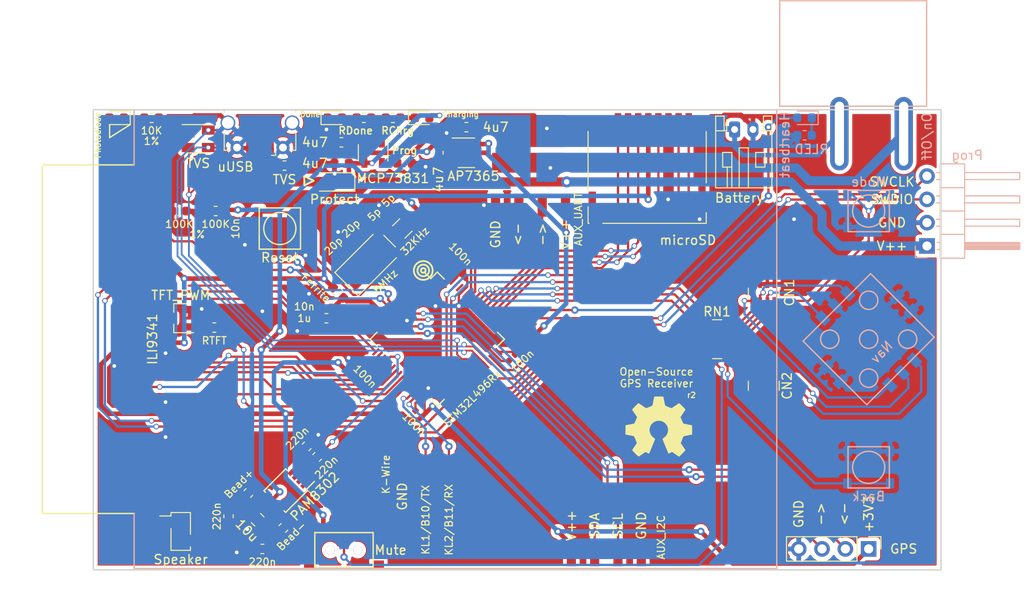
<source format=kicad_pcb>
(kicad_pcb (version 20171130) (host pcbnew 5.1.4-e60b266~84~ubuntu18.04.1)
  (layers (0 F.Cu signal) (31 B.Cu signal) (34 B.Paste user) (35 F.Paste user) (36 B.SilkS user) (37 F.SilkS user) (38 B.Mask user) (39 F.Mask user) (44 Edge.Cuts user))
  (net 0 "")
  (net 1 VPP)
  (net 2 GND)
  (net 3 VDD)
  (net 4 "Net-(C7-Pad2)")
  (net 5 "Net-(C9-Pad1)")
  (net 6 "Net-(C10-Pad2)")
  (net 7 "Net-(C11-Pad1)")
  (net 8 "Net-(C12-Pad2)")
  (net 9 Reset)
  (net 10 "Net-(C14-Pad2)")
  (net 11 "Net-(C15-Pad2)")
  (net 12 "Net-(C16-Pad1)")
  (net 13 Speaker)
  (net 14 "Net-(C17-Pad1)")
  (net 15 VAA)
  (net 16 NavUR)
  (net 17 BackR)
  (net 18 MuteR)
  (net 19 ModeR)
  (net 20 NavDR)
  (net 21 NavPR)
  (net 22 NavRR)
  (net 23 NavLR)
  (net 24 USB_D+)
  (net 25 USB_D-)
  (net 26 USB_ID)
  (net 27 +5V)
  (net 28 "Net-(FB2-Pad2)")
  (net 29 "Net-(FB3-Pad1)")
  (net 30 SWCLK)
  (net 31 SWDIO)
  (net 32 SD_D1)
  (net 33 SD_D0)
  (net 34 SD_CLK)
  (net 35 SD_CMD)
  (net 36 SD_D3)
  (net 37 SD_D2)
  (net 38 GPS_RX)
  (net 39 GPS_TX)
  (net 40 Aux_RX)
  (net 41 Aux_TX)
  (net 42 Aux_SDA)
  (net 43 Aux_SCL)
  (net 44 "Net-(J8-Pad11)")
  (net 45 TFT_RST)
  (net 46 TFT_SCK)
  (net 47 TFT_DC)
  (net 48 TFT_CS)
  (net 49 TFT_SDI)
  (net 50 TFT_SDO)
  (net 51 TFT_PWM)
  (net 52 "Net-(R5-Pad1)")
  (net 53 "Net-(R6-Pad2)")
  (net 54 Mute)
  (net 55 Nav_L)
  (net 56 Mode)
  (net 57 Back)
  (net 58 Nav_U)
  (net 59 Nav_P)
  (net 60 Nav_D)
  (net 61 Nav_R)
  (net 62 Battery_Check)
  (net 63 Light_Sensor)
  (net 64 TFT_XL)
  (net 65 TFT_YU)
  (net 66 K-Line1)
  (net 67 K-Line2)
  (net 68 TFT_XR)
  (net 69 TFT_YD)
  (net 70 "Net-(U1-Pad42)")
  (net 71 "Net-(U2-Pad4)")
  (net 72 "Net-(U3-Pad2)")
  (net 73 "Net-(U1-Pad61)")
  (net 74 "Net-(U1-Pad62)")
  (net 75 "Net-(U1-Pad28)")
  (net 76 "Net-(U1-Pad2)")
  (net 77 +BATT)
  (net 78 "Net-(D3-Pad1)")
  (net 79 Heartbeat)
  (net 80 "Net-(D5-Pad1)")
  (net 81 "Net-(D6-Pad2)")
  (net 82 "Net-(Q1-Pad1)")
  (module MotoMate:oshw_logo (layer F.Cu) (at 186.69 78.105)
    (fp_text reference G*** hide)
    (fp_text value LOGO hide)
  )
  (module Package_QFP:LQFP-64_10x10mm_P0.5mm (layer F.Cu) (at 162.56 68.58 315)
    (fp_text reference U1)
    (fp_text value STM32L496Rx (at 7.274007 1.885854 45) (layer F.SilkS) (effects (font (size 0.8 0.8) (thickness 0.13))))
    (pad 1 smd rect (at -5.7 -3.75 315) (size 1 0.25) (layers F.Cu F.Paste F.Mask) (net 3 VDD))
    (pad 2 smd rect (at -5.7 -3.25 315) (size 1 0.25) (layers F.Cu F.Paste F.Mask) (net 76 "Net-(U1-Pad2)"))
    (pad 3 smd rect (at -5.7 -2.75 315) (size 1 0.25) (layers F.Cu F.Paste F.Mask) (net 8 "Net-(C12-Pad2)"))
    (pad 4 smd rect (at -5.7 -2.25 315) (size 1 0.25) (layers F.Cu F.Paste F.Mask) (net 7 "Net-(C11-Pad1)"))
    (pad 5 smd rect (at -5.7 -1.75 315) (size 1 0.25) (layers F.Cu F.Paste F.Mask) (net 6 "Net-(C10-Pad2)"))
    (pad 6 smd rect (at -5.7 -1.25 315) (size 1 0.25) (layers F.Cu F.Paste F.Mask) (net 5 "Net-(C9-Pad1)"))
    (pad 7 smd rect (at -5.7 -0.75 315) (size 1 0.25) (layers F.Cu F.Paste F.Mask) (net 9 Reset))
    (pad 8 smd rect (at -5.7 -0.25 315) (size 1 0.25) (layers F.Cu F.Paste F.Mask) (net 43 Aux_SCL))
    (pad 9 smd rect (at -5.7 0.25 315) (size 1 0.25) (layers F.Cu F.Paste F.Mask) (net 42 Aux_SDA))
    (pad 10 smd rect (at -5.7 0.75 315) (size 1 0.25) (layers F.Cu F.Paste F.Mask) (net 62 Battery_Check))
    (pad 11 smd rect (at -5.7 1.25 315) (size 1 0.25) (layers F.Cu F.Paste F.Mask) (net 63 Light_Sensor))
    (pad 12 smd rect (at -5.7 1.75 315) (size 1 0.25) (layers F.Cu F.Paste F.Mask) (net 2 GND))
    (pad 13 smd rect (at -5.7 2.25 315) (size 1 0.25) (layers F.Cu F.Paste F.Mask) (net 4 "Net-(C7-Pad2)"))
    (pad 14 smd rect (at -5.7 2.75 315) (size 1 0.25) (layers F.Cu F.Paste F.Mask) (net 38 GPS_RX))
    (pad 15 smd rect (at -5.7 3.25 315) (size 1 0.25) (layers F.Cu F.Paste F.Mask) (net 39 GPS_TX))
    (pad 16 smd rect (at -5.7 3.75 315) (size 1 0.25) (layers F.Cu F.Paste F.Mask) (net 65 TFT_YU))
    (pad 17 smd rect (at -3.75 5.7 45) (size 1 0.25) (layers F.Cu F.Paste F.Mask) (net 64 TFT_XL))
    (pad 18 smd rect (at -3.25 5.7 45) (size 1 0.25) (layers F.Cu F.Paste F.Mask) (net 2 GND))
    (pad 19 smd rect (at -2.75 5.7 45) (size 1 0.25) (layers F.Cu F.Paste F.Mask) (net 3 VDD))
    (pad 20 smd rect (at -2.25 5.7 45) (size 1 0.25) (layers F.Cu F.Paste F.Mask) (net 13 Speaker))
    (pad 21 smd rect (at -1.75 5.7 45) (size 1 0.25) (layers F.Cu F.Paste F.Mask) (net 46 TFT_SCK))
    (pad 22 smd rect (at -1.25 5.7 45) (size 1 0.25) (layers F.Cu F.Paste F.Mask) (net 50 TFT_SDO))
    (pad 23 smd rect (at -0.75 5.7 45) (size 1 0.25) (layers F.Cu F.Paste F.Mask) (net 49 TFT_SDI))
    (pad 24 smd rect (at -0.25 5.7 45) (size 1 0.25) (layers F.Cu F.Paste F.Mask) (net 47 TFT_DC))
    (pad 25 smd rect (at 0.25 5.7 45) (size 1 0.25) (layers F.Cu F.Paste F.Mask) (net 45 TFT_RST))
    (pad 26 smd rect (at 0.75 5.7 45) (size 1 0.25) (layers F.Cu F.Paste F.Mask) (net 48 TFT_CS))
    (pad 27 smd rect (at 1.25 5.7 45) (size 1 0.25) (layers F.Cu F.Paste F.Mask) (net 51 TFT_PWM))
    (pad 28 smd rect (at 1.75 5.7 45) (size 1 0.25) (layers F.Cu F.Paste F.Mask) (net 75 "Net-(U1-Pad28)"))
    (pad 29 smd rect (at 2.25 5.7 45) (size 1 0.25) (layers F.Cu F.Paste F.Mask) (net 66 K-Line1))
    (pad 30 smd rect (at 2.75 5.7 45) (size 1 0.25) (layers F.Cu F.Paste F.Mask) (net 67 K-Line2))
    (pad 31 smd rect (at 3.25 5.7 45) (size 1 0.25) (layers F.Cu F.Paste F.Mask) (net 2 GND))
    (pad 32 smd rect (at 3.75 5.7 45) (size 1 0.25) (layers F.Cu F.Paste F.Mask) (net 3 VDD))
    (pad 33 smd rect (at 5.7 3.75 315) (size 1 0.25) (layers F.Cu F.Paste F.Mask) (net 68 TFT_XR))
    (pad 34 smd rect (at 5.7 3.25 315) (size 1 0.25) (layers F.Cu F.Paste F.Mask) (net 69 TFT_YD))
    (pad 35 smd rect (at 5.7 2.75 315) (size 1 0.25) (layers F.Cu F.Paste F.Mask) (net 57 Back))
    (pad 36 smd rect (at 5.7 2.25 315) (size 1 0.25) (layers F.Cu F.Paste F.Mask) (net 54 Mute))
    (pad 37 smd rect (at 5.7 1.75 315) (size 1 0.25) (layers F.Cu F.Paste F.Mask) (net 55 Nav_L))
    (pad 38 smd rect (at 5.7 1.25 315) (size 1 0.25) (layers F.Cu F.Paste F.Mask) (net 59 Nav_P))
    (pad 39 smd rect (at 5.7 0.75 315) (size 1 0.25) (layers F.Cu F.Paste F.Mask) (net 33 SD_D0))
    (pad 40 smd rect (at 5.7 0.25 315) (size 1 0.25) (layers F.Cu F.Paste F.Mask) (net 32 SD_D1))
    (pad 41 smd rect (at 5.7 -0.25 315) (size 1 0.25) (layers F.Cu F.Paste F.Mask) (net 56 Mode))
    (pad 42 smd rect (at 5.7 -0.75 315) (size 1 0.25) (layers F.Cu F.Paste F.Mask) (net 70 "Net-(U1-Pad42)"))
    (pad 43 smd rect (at 5.7 -1.25 315) (size 1 0.25) (layers F.Cu F.Paste F.Mask) (net 26 USB_ID))
    (pad 44 smd rect (at 5.7 -1.75 315) (size 1 0.25) (layers F.Cu F.Paste F.Mask) (net 25 USB_D-))
    (pad 45 smd rect (at 5.7 -2.25 315) (size 1 0.25) (layers F.Cu F.Paste F.Mask) (net 24 USB_D+))
    (pad 46 smd rect (at 5.7 -2.75 315) (size 1 0.25) (layers F.Cu F.Paste F.Mask) (net 31 SWDIO))
    (pad 47 smd rect (at 5.7 -3.25 315) (size 1 0.25) (layers F.Cu F.Paste F.Mask) (net 2 GND))
    (pad 48 smd rect (at 5.7 -3.75 315) (size 1 0.25) (layers F.Cu F.Paste F.Mask) (net 3 VDD))
    (pad 49 smd rect (at 3.75 -5.7 45) (size 1 0.25) (layers F.Cu F.Paste F.Mask) (net 30 SWCLK))
    (pad 50 smd rect (at 3.25 -5.7 45) (size 1 0.25) (layers F.Cu F.Paste F.Mask) (net 79 Heartbeat))
    (pad 51 smd rect (at 2.75 -5.7 45) (size 1 0.25) (layers F.Cu F.Paste F.Mask) (net 37 SD_D2))
    (pad 52 smd rect (at 2.25 -5.7 45) (size 1 0.25) (layers F.Cu F.Paste F.Mask) (net 36 SD_D3))
    (pad 53 smd rect (at 1.75 -5.7 45) (size 1 0.25) (layers F.Cu F.Paste F.Mask) (net 34 SD_CLK))
    (pad 54 smd rect (at 1.25 -5.7 45) (size 1 0.25) (layers F.Cu F.Paste F.Mask) (net 35 SD_CMD))
    (pad 55 smd rect (at 0.75 -5.7 45) (size 1 0.25) (layers F.Cu F.Paste F.Mask) (net 58 Nav_U))
    (pad 56 smd rect (at 0.25 -5.7 45) (size 1 0.25) (layers F.Cu F.Paste F.Mask) (net 60 Nav_D))
    (pad 57 smd rect (at -0.25 -5.7 45) (size 1 0.25) (layers F.Cu F.Paste F.Mask) (net 61 Nav_R))
    (pad 58 smd rect (at -0.75 -5.7 45) (size 1 0.25) (layers F.Cu F.Paste F.Mask) (net 40 Aux_RX))
    (pad 59 smd rect (at -1.25 -5.7 45) (size 1 0.25) (layers F.Cu F.Paste F.Mask) (net 41 Aux_TX))
    (pad 60 smd rect (at -1.75 -5.7 45) (size 1 0.25) (layers F.Cu F.Paste F.Mask) (net 2 GND))
    (pad 61 smd rect (at -2.25 -5.7 45) (size 1 0.25) (layers F.Cu F.Paste F.Mask) (net 73 "Net-(U1-Pad61)"))
    (pad 62 smd rect (at -2.75 -5.7 45) (size 1 0.25) (layers F.Cu F.Paste F.Mask) (net 74 "Net-(U1-Pad62)"))
    (pad 63 smd rect (at -3.25 -5.7 45) (size 1 0.25) (layers F.Cu F.Paste F.Mask) (net 2 GND))
    (pad 64 smd rect (at -3.75 -5.7 45) (size 1 0.25) (layers F.Cu F.Paste F.Mask) (net 3 VDD))
  )
  (module Capacitor_SMD:C_0603_1608Metric (layer F.Cu) (at 162.687 48.26 270)
    (fp_text reference C1)
    (fp_text value 4u7 (at 2.921 0 270) (layer F.SilkS))
    (pad 1 smd roundrect (at -0.7875 0 270) (size 0.875 0.95) (layers F.Cu F.Paste F.Mask) (net 1 VPP))
    (pad 2 smd roundrect (at 0.7875 0 270) (size 0.875 0.95) (layers F.Cu F.Paste F.Mask) (net 2 GND))
  )
  (module Capacitor_SMD:C_0603_1608Metric (layer F.Cu) (at 165.735 45.466)
    (fp_text reference C2)
    (fp_text value 4u7 (at 3.175 0) (layer F.SilkS))
    (pad 2 smd roundrect (at 0.7875 0) (size 0.875 0.95) (layers F.Cu F.Paste F.Mask) (net 3 VDD))
    (pad 1 smd roundrect (at -0.7875 0) (size 0.875 0.95) (layers F.Cu F.Paste F.Mask) (net 2 GND))
  )
  (module Capacitor_SMD:C_0402_1005Metric (layer F.Cu) (at 163.83 59.69 315)
    (fp_text reference C3)
    (fp_text value 100n (at 0.628618 -1.167433 315) (layer F.SilkS) (effects (font (size 0.8 0.8) (thickness 0.13))))
    (pad 1 smd roundrect (at -0.485 0 315) (size 0.59 0.64) (layers F.Cu F.Paste F.Mask) (net 3 VDD))
    (pad 2 smd roundrect (at 0.485 0 315) (size 0.59 0.64) (layers F.Cu F.Paste F.Mask) (net 2 GND))
  )
  (module Capacitor_SMD:C_0402_1005Metric (layer F.Cu) (at 170.688 70.612 45)
    (fp_text reference C4)
    (fp_text value 100n (at 0.538815 1.077631 45) (layer F.SilkS) (effects (font (size 0.8 0.8) (thickness 0.13))))
    (pad 2 smd roundrect (at 0.485 0 45) (size 0.59 0.64) (layers F.Cu F.Paste F.Mask) (net 3 VDD))
    (pad 1 smd roundrect (at -0.485 0 45) (size 0.59 0.64) (layers F.Cu F.Paste F.Mask) (net 2 GND))
  )
  (module Capacitor_SMD:C_0402_1005Metric (layer F.Cu) (at 155.232053 71.412053 315)
    (fp_text reference C5)
    (fp_text value 100n (at 0.485 1.257236 315) (layer F.SilkS) (effects (font (size 0.8 0.8) (thickness 0.13))))
    (pad 2 smd roundrect (at 0.485 0 315) (size 0.59 0.64) (layers F.Cu F.Paste F.Mask) (net 3 VDD))
    (pad 1 smd roundrect (at -0.485 0 315) (size 0.59 0.64) (layers F.Cu F.Paste F.Mask) (net 2 GND))
  )
  (module Capacitor_SMD:C_0402_1005Metric (layer F.Cu) (at 160.528 76.708 135)
    (fp_text reference C6)
    (fp_text value 100n (at -0.449013 -1.167433 135) (layer F.SilkS) (effects (font (size 0.8 0.8) (thickness 0.13))))
    (pad 1 smd roundrect (at -0.485 0 135) (size 0.59 0.64) (layers F.Cu F.Paste F.Mask) (net 3 VDD))
    (pad 2 smd roundrect (at 0.485 0 135) (size 0.59 0.64) (layers F.Cu F.Paste F.Mask) (net 2 GND))
  )
  (module Capacitor_SMD:C_0402_1005Metric (layer F.Cu) (at 150.518 65.024)
    (fp_text reference C7)
    (fp_text value 10n (at -2.436 0) (layer F.SilkS) (effects (font (size 0.8 0.8) (thickness 0.13))))
    (pad 1 smd roundrect (at -0.485 0) (size 0.59 0.64) (layers F.Cu F.Paste F.Mask) (net 2 GND))
    (pad 2 smd roundrect (at 0.485 0) (size 0.59 0.64) (layers F.Cu F.Paste F.Mask) (net 4 "Net-(C7-Pad2)"))
  )
  (module Capacitor_SMD:C_0603_1608Metric (layer F.Cu) (at 150.495 66.294 180)
    (fp_text reference C8)
    (fp_text value 1u (at 2.413 0 180) (layer F.SilkS) (effects (font (size 0.8 0.8) (thickness 0.13))))
    (pad 2 smd roundrect (at 0.7875 0 180) (size 0.875 0.95) (layers F.Cu F.Paste F.Mask) (net 2 GND))
    (pad 1 smd roundrect (at -0.7875 0 180) (size 0.875 0.95) (layers F.Cu F.Paste F.Mask) (net 4 "Net-(C7-Pad2)"))
  )
  (module Capacitor_SMD:C_0402_1005Metric (layer F.Cu) (at 152.107947 59.347053 45)
    (fp_text reference C9)
    (fp_text value 20p (at 0.053815 -1.257236 45) (layer F.SilkS) (effects (font (size 0.8 0.8) (thickness 0.13))))
    (pad 2 smd roundrect (at 0.485 0 45) (size 0.59 0.64) (layers F.Cu F.Paste F.Mask) (net 2 GND))
    (pad 1 smd roundrect (at -0.485 0 45) (size 0.59 0.64) (layers F.Cu F.Paste F.Mask) (net 5 "Net-(C9-Pad1)"))
  )
  (module Capacitor_SMD:C_0402_1005Metric (layer F.Cu) (at 154.051 57.404 45)
    (fp_text reference C10)
    (fp_text value 20p (at 0 -1.257236 45) (layer F.SilkS) (effects (font (size 0.8 0.8) (thickness 0.13))))
    (pad 2 smd roundrect (at 0.485 0 45) (size 0.59 0.64) (layers F.Cu F.Paste F.Mask) (net 6 "Net-(C10-Pad2)"))
    (pad 1 smd roundrect (at -0.485 0 45) (size 0.59 0.64) (layers F.Cu F.Paste F.Mask) (net 2 GND))
  )
  (module Capacitor_SMD:C_0402_1005Metric (layer F.Cu) (at 156.591 55.88 45)
    (fp_text reference C11)
    (fp_text value 5p (at 0 -1.257236 45) (layer F.SilkS) (effects (font (size 0.8 0.8) (thickness 0.13))))
    (pad 2 smd roundrect (at 0.485 0 45) (size 0.59 0.64) (layers F.Cu F.Paste F.Mask) (net 2 GND))
    (pad 1 smd roundrect (at -0.485 0 45) (size 0.59 0.64) (layers F.Cu F.Paste F.Mask) (net 7 "Net-(C11-Pad1)"))
  )
  (module Capacitor_SMD:C_0402_1005Metric (layer F.Cu) (at 158.115 54.356 45)
    (fp_text reference C12)
    (fp_text value 5p (at 0 -1.257236 45) (layer F.SilkS) (effects (font (size 0.8 0.8) (thickness 0.13))))
    (pad 1 smd roundrect (at -0.485 0 45) (size 0.59 0.64) (layers F.Cu F.Paste F.Mask) (net 2 GND))
    (pad 2 smd roundrect (at 0.485 0 45) (size 0.59 0.64) (layers F.Cu F.Paste F.Mask) (net 8 "Net-(C12-Pad2)"))
  )
  (module Capacitor_SMD:C_0402_1005Metric (layer F.Cu) (at 141.605 56.515 270)
    (fp_text reference C13)
    (fp_text value 10n (at 0 1.016 270) (layer F.SilkS) (effects (font (size 0.8 0.8) (thickness 0.13))))
    (pad 2 smd roundrect (at 0.485 0 270) (size 0.59 0.64) (layers F.Cu F.Paste F.Mask) (net 2 GND))
    (pad 1 smd roundrect (at -0.485 0 270) (size 0.59 0.64) (layers F.Cu F.Paste F.Mask) (net 9 Reset))
  )
  (module Capacitor_SMD:C_0603_1608Metric (layer F.Cu) (at 139.827 87.884 90)
    (fp_text reference C14)
    (fp_text value 220n (at 0 -1.27 90) (layer F.SilkS) (effects (font (size 0.8 0.8) (thickness 0.13))))
    (pad 1 smd roundrect (at -0.7875 0 90) (size 0.875 0.95) (layers F.Cu F.Paste F.Mask) (net 2 GND))
    (pad 2 smd roundrect (at 0.7875 0 90) (size 0.875 0.95) (layers F.Cu F.Paste F.Mask) (net 10 "Net-(C14-Pad2)"))
  )
  (module Capacitor_SMD:C_0603_1608Metric (layer F.Cu) (at 143.51 91.44)
    (fp_text reference C15)
    (fp_text value 220n (at 0 1.43) (layer F.SilkS) (effects (font (size 0.8 0.8) (thickness 0.13))))
    (pad 1 smd roundrect (at -0.7875 0) (size 0.875 0.95) (layers F.Cu F.Paste F.Mask) (net 2 GND))
    (pad 2 smd roundrect (at 0.7875 0) (size 0.875 0.95) (layers F.Cu F.Paste F.Mask) (net 11 "Net-(C15-Pad2)"))
  )
  (module Capacitor_SMD:C_0603_1608Metric (layer F.Cu) (at 149.479 81.407 45)
    (fp_text reference C16)
    (fp_text value 220n (at -0.093223 1.523223 45) (layer F.SilkS) (effects (font (size 0.8 0.8) (thickness 0.13))))
    (pad 1 smd roundrect (at -0.787501 0 45) (size 0.875 0.95) (layers F.Cu F.Paste F.Mask) (net 12 "Net-(C16-Pad1)"))
    (pad 2 smd roundrect (at 0.787501 0 45) (size 0.875 0.95) (layers F.Cu F.Paste F.Mask) (net 13 Speaker))
  )
  (module Capacitor_SMD:C_0603_1608Metric (layer F.Cu) (at 148.336 80.264 45)
    (fp_text reference C17)
    (fp_text value 220n (at -0.089803 -1.347038 45) (layer F.SilkS) (effects (font (size 0.8 0.8) (thickness 0.13))))
    (pad 1 smd roundrect (at -0.787501 0 45) (size 0.875 0.95) (layers F.Cu F.Paste F.Mask) (net 14 "Net-(C17-Pad1)"))
    (pad 2 smd roundrect (at 0.787501 0 45) (size 0.875 0.95) (layers F.Cu F.Paste F.Mask) (net 2 GND))
  )
  (module Capacitor_SMD:C_0805_2012Metric (layer F.Cu) (at 143.002 88.265 315)
    (fp_text reference C18)
    (fp_text value 10u (at 0 1.65 315) (layer F.SilkS))
    (pad 1 smd roundrect (at -0.937501 0 315) (size 0.975 1.4) (layers F.Cu F.Paste F.Mask) (net 1 VPP))
    (pad 2 smd roundrect (at 0.937501 0 315) (size 0.975 1.4) (layers F.Cu F.Paste F.Mask) (net 2 GND))
  )
  (module Capacitor_SMD:C_0603_1608Metric (layer F.Cu) (at 152.146 49.403)
    (fp_text reference C19)
    (fp_text value 4u7 (at -2.921 0) (layer F.SilkS))
    (pad 2 smd roundrect (at 0.7875 0) (size 0.875 0.95) (layers F.Cu F.Paste F.Mask) (net 15 VAA))
    (pad 1 smd roundrect (at -0.7875 0) (size 0.875 0.95) (layers F.Cu F.Paste F.Mask) (net 2 GND))
  )
  (module Capacitor_SMD:C_0603_1608Metric (layer F.Cu) (at 152.1205 47.117 180)
    (fp_text reference C20)
    (fp_text value 4u7 (at 2.8955 0 180) (layer F.SilkS))
    (pad 2 smd roundrect (at 0.7875 0 180) (size 0.875 0.95) (layers F.Cu F.Paste F.Mask) (net 2 GND))
    (pad 1 smd roundrect (at -0.7875 0 180) (size 0.875 0.95) (layers F.Cu F.Paste F.Mask) (net 77 +BATT))
  )
  (module Resistor_SMD:R_Array_Convex_4x0603 (layer F.Cu) (at 198.12 63.5 270)
    (fp_text reference CN1 (at 0 -2.8 270) (layer F.SilkS))
    (fp_text value Cin1)
    (pad 5 smd rect (at 0.9 1.2 270) (size 0.8 0.5) (layers F.Cu F.Paste F.Mask) (net 16 NavUR))
    (pad 6 smd rect (at 0.9 0.4 270) (size 0.8 0.4) (layers F.Cu F.Paste F.Mask) (net 20 NavDR))
    (pad 8 smd rect (at 0.9 -1.2 270) (size 0.8 0.5) (layers F.Cu F.Paste F.Mask) (net 19 ModeR))
    (pad 7 smd rect (at 0.9 -0.4 270) (size 0.8 0.4) (layers F.Cu F.Paste F.Mask) (net 22 NavRR))
    (pad 4 smd rect (at -0.9 1.2 270) (size 0.8 0.5) (layers F.Cu F.Paste F.Mask) (net 2 GND))
    (pad 2 smd rect (at -0.9 -0.4 270) (size 0.8 0.4) (layers F.Cu F.Paste F.Mask) (net 2 GND))
    (pad 3 smd rect (at -0.9 0.4 270) (size 0.8 0.4) (layers F.Cu F.Paste F.Mask) (net 2 GND))
    (pad 1 smd rect (at -0.9 -1.2 270) (size 0.8 0.5) (layers F.Cu F.Paste F.Mask) (net 2 GND))
  )
  (module Resistor_SMD:R_Array_Convex_4x0603 (layer F.Cu) (at 198.12 73.66 90)
    (fp_text reference CN2 (at 0 2.54 90) (layer F.SilkS))
    (fp_text value Cin2)
    (pad 1 smd rect (at -0.9 -1.2 90) (size 0.8 0.5) (layers F.Cu F.Paste F.Mask) (net 2 GND))
    (pad 3 smd rect (at -0.9 0.4 90) (size 0.8 0.4) (layers F.Cu F.Paste F.Mask) (net 2 GND))
    (pad 2 smd rect (at -0.9 -0.4 90) (size 0.8 0.4) (layers F.Cu F.Paste F.Mask) (net 2 GND))
    (pad 4 smd rect (at -0.9 1.2 90) (size 0.8 0.5) (layers F.Cu F.Paste F.Mask) (net 2 GND))
    (pad 7 smd rect (at 0.9 -0.4 90) (size 0.8 0.4) (layers F.Cu F.Paste F.Mask) (net 18 MuteR))
    (pad 8 smd rect (at 0.9 -1.2 90) (size 0.8 0.5) (layers F.Cu F.Paste F.Mask) (net 17 BackR))
    (pad 6 smd rect (at 0.9 0.4 90) (size 0.8 0.4) (layers F.Cu F.Paste F.Mask) (net 23 NavLR))
    (pad 5 smd rect (at 0.9 1.2 90) (size 0.8 0.5) (layers F.Cu F.Paste F.Mask) (net 21 NavPR))
  )
  (module Package_TO_SOT_SMD:SOT-143 (layer F.Cu) (at 136.525 46.736)
    (fp_text reference D1)
    (fp_text value TVS (at 0 2.667) (layer F.SilkS))
    (pad 1 smd rect (at -1.1 -0.77 270) (size 1.2 1.4) (layers F.Cu F.Paste F.Mask) (net 2 GND))
    (pad 2 smd rect (at -1.1 0.95 270) (size 1 1.4) (layers F.Cu F.Paste F.Mask) (net 26 USB_ID))
    (pad 3 smd rect (at 1.1 0.95 270) (size 1 1.4) (layers F.Cu F.Paste F.Mask) (net 24 USB_D+))
    (pad 4 smd rect (at 1.1 -0.95 270) (size 1 1.4) (layers F.Cu F.Paste F.Mask) (net 25 USB_D-))
  )
  (module Diode_SMD:D_SOD-123F (layer F.Cu) (at 151.384 51.435 180)
    (fp_text reference D4)
    (fp_text value Protect (at 0 -1.905 180) (layer F.SilkS))
    (pad 1 smd rect (at -1.4 0 180) (size 1.1 1.1) (layers F.Cu F.Paste F.Mask) (net 15 VAA))
    (pad 2 smd rect (at 1.4 0 180) (size 1.1 1.1) (layers F.Cu F.Paste F.Mask) (net 27 +5V))
  )
  (module LED_SMD:LED_0603_1608Metric (layer F.Cu) (at 160.909 44.45)
    (fp_text reference D5)
    (fp_text value Charging (at 4.191 -0.381) (layer F.SilkS) (effects (font (size 0.6 0.6) (thickness 0.12))))
    (pad 2 smd roundrect (at 0.7875 0) (size 0.875 0.95) (layers F.Cu F.Paste F.Mask) (net 15 VAA))
    (pad 1 smd roundrect (at -0.7875 0) (size 0.875 0.95) (layers F.Cu F.Paste F.Mask) (net 80 "Net-(D5-Pad1)"))
  )
  (module LED_SMD:LED_0603_1608Metric (layer F.Cu) (at 151.384 44.45)
    (fp_text reference D6)
    (fp_text value Done (at -2.667 -0.381) (layer F.SilkS) (effects (font (size 0.6 0.6) (thickness 0.12))))
    (pad 1 smd roundrect (at -0.7875 0) (size 0.875 0.95) (layers F.Cu F.Paste F.Mask) (net 2 GND))
    (pad 2 smd roundrect (at 0.7875 0) (size 0.875 0.95) (layers F.Cu F.Paste F.Mask) (net 81 "Net-(D6-Pad2)"))
  )
  (module Resistor_SMD:R_0603_1608Metric (layer F.Cu) (at 151.765 63.5 135)
    (fp_text reference FB1)
    (fp_text value Ferrite (at 2.065459 -1.347038 315) (layer F.SilkS) (effects (font (size 0.8 0.8) (thickness 0.13))))
    (pad 1 smd roundrect (at -0.787501 0 135) (size 0.875 0.95) (layers F.Cu F.Paste F.Mask) (net 4 "Net-(C7-Pad2)"))
    (pad 2 smd roundrect (at 0.787501 0 135) (size 0.875 0.95) (layers F.Cu F.Paste F.Mask) (net 3 VDD))
  )
  (module Resistor_SMD:R_0603_1608Metric (layer F.Cu) (at 141.986 85.344 45)
    (fp_text reference FB2)
    (fp_text value Bead+ (at 0 -1.436841 45) (layer F.SilkS) (effects (font (size 0.8 0.8) (thickness 0.13))))
    (pad 2 smd roundrect (at 0.787501 0 45) (size 0.875 0.95) (layers F.Cu F.Paste F.Mask) (net 28 "Net-(FB2-Pad2)"))
    (pad 1 smd roundrect (at -0.787501 0 45) (size 0.875 0.95) (layers F.Cu F.Paste F.Mask) (net 10 "Net-(C14-Pad2)"))
  )
  (module Resistor_SMD:R_0603_1608Metric (layer F.Cu) (at 145.796 89.154 225)
    (fp_text reference FB3)
    (fp_text value Bead- (at 0 -1.257236 225) (layer F.SilkS) (effects (font (size 0.8 0.8) (thickness 0.13))))
    (pad 2 smd roundrect (at 0.787501 0 225) (size 0.875 0.95) (layers F.Cu F.Paste F.Mask) (net 11 "Net-(C15-Pad2)"))
    (pad 1 smd roundrect (at -0.787501 0 225) (size 0.875 0.95) (layers F.Cu F.Paste F.Mask) (net 29 "Net-(FB3-Pad1)"))
  )
  (module Connector_PinHeader_2.54mm:PinHeader_1x04_P2.54mm_Horizontal (layer B.Cu) (at 215.9 58.42)
    (fp_text reference J1)
    (fp_text value Prog (at 4.385 -9.89) (layer B.SilkS) (effects (justify mirror)))
    (pad 4 thru_hole oval (at 0 -7.62) (size 1.7 1.7) (drill 1) (layers *.Cu *.Mask) (net 30 SWCLK))
    (pad 3 thru_hole oval (at 0 -5.08) (size 1.7 1.7) (drill 1) (layers *.Cu *.Mask) (net 31 SWDIO))
    (pad 2 thru_hole oval (at 0 -2.54) (size 1.7 1.7) (drill 1) (layers *.Cu *.Mask) (net 2 GND))
    (pad 1 thru_hole rect (at 0 0) (size 1.7 1.7) (drill 1) (layers *.Cu *.Mask) (net 27 +5V))
  )
  (module Connector_Card:microSD_HC_Hirose_DM3D-SF (layer F.Cu) (at 185.42 50.165 180)
    (fp_text reference J3)
    (fp_text value microSD (at -4.445 -7.62) (layer F.SilkS))
    (pad 8 smd rect (at -4.525 5.35 180) (size 0.7 1.75) (layers F.Cu F.Paste F.Mask) (net 32 SD_D1))
    (pad 11 smd rect (at -5.725 5.225 180) (size 1.3 1.5) (layers F.Cu F.Paste F.Mask))
    (pad 11 smd rect (at -5.975 -2.375 180) (size 0.8 1.5) (layers F.Cu F.Paste F.Mask))
    (pad 9 smd rect (at -5.65 -3.875 180) (size 1.45 1) (layers F.Cu F.Paste F.Mask) (net 2 GND))
    (pad 11 smd rect (at 5.975 -3.025 180) (size 0.8 1.4) (layers F.Cu F.Paste F.Mask))
    (pad 7 smd rect (at -3.425 5.35 180) (size 0.7 1.75) (layers F.Cu F.Paste F.Mask) (net 33 SD_D0))
    (pad 6 smd rect (at -2.325 5.35 180) (size 0.7 1.75) (layers F.Cu F.Paste F.Mask) (net 2 GND))
    (pad 5 smd rect (at -1.225 5.35 180) (size 0.7 1.75) (layers F.Cu F.Paste F.Mask) (net 34 SD_CLK))
    (pad 4 smd rect (at -0.125 5.35 180) (size 0.7 1.75) (layers F.Cu F.Paste F.Mask) (net 3 VDD))
    (pad 3 smd rect (at 0.975 5.35 180) (size 0.7 1.75) (layers F.Cu F.Paste F.Mask) (net 35 SD_CMD))
    (pad 2 smd rect (at 2.075 5.35 180) (size 0.7 1.75) (layers F.Cu F.Paste F.Mask) (net 36 SD_D3))
    (pad 1 smd rect (at 3.175 5.35 180) (size 0.7 1.75) (layers F.Cu F.Paste F.Mask) (net 37 SD_D2))
    (pad 11 smd rect (at 5.625 5.225 180) (size 1.5 1.5) (layers F.Cu F.Paste F.Mask))
    (pad 10 smd rect (at 5.575 -5.45 180) (size 1 1.55) (layers F.Cu F.Paste F.Mask))
  )
  (module Connector_PinHeader_2.54mm:PinHeader_1x04_P2.54mm_Vertical (layer F.Cu) (at 209.55 91.44 270)
    (fp_text reference J4)
    (fp_text value GPS (at 0 -3.81) (layer F.SilkS))
    (pad 1 thru_hole rect (at 0 0 270) (size 1.7 1.7) (drill 1) (layers *.Cu *.Mask) (net 3 VDD))
    (pad 2 thru_hole oval (at 0 2.54 270) (size 1.7 1.7) (drill 1) (layers *.Cu *.Mask) (net 38 GPS_RX))
    (pad 3 thru_hole oval (at 0 5.08 270) (size 1.7 1.7) (drill 1) (layers *.Cu *.Mask) (net 39 GPS_TX))
    (pad 4 thru_hole oval (at 0 7.62 270) (size 1.7 1.7) (drill 1) (layers *.Cu *.Mask) (net 2 GND))
  )
  (module Connector_JST:JST_PH_S2B-PH-K_1x02_P2.00mm_Horizontal (layer F.Cu) (at 194.945 45.72)
    (fp_text reference J7)
    (fp_text value Battery (at 0.508 7.45) (layer F.SilkS))
    (pad 1 thru_hole roundrect (at 0 0) (size 1.2 1.75) (drill 0.75) (layers *.Cu *.Mask) (roundrect_rratio 0.208333) (net 77 +BATT))
    (pad 2 thru_hole oval (at 2 0) (size 1.2 1.75) (drill 0.75) (layers *.Cu *.Mask) (net 2 GND))
  )
  (module Connector_PinHeader_2.00mm:PinHeader_1x02_P2.00mm_Vertical_SMD_Pin1Left (layer F.Cu) (at 134.62 89.535)
    (fp_text reference LS1)
    (fp_text value Speaker (at 0 3.06) (layer F.SilkS))
    (pad 1 smd rect (at -1.175 -1) (size 2.35 0.85) (layers F.Cu F.Paste F.Mask) (net 10 "Net-(C14-Pad2)"))
    (pad 2 smd rect (at 1.175 1) (size 2.35 0.85) (layers F.Cu F.Paste F.Mask) (net 11 "Net-(C15-Pad2)"))
  )
  (module Package_TO_SOT_SMD:SOT-23 (layer F.Cu) (at 134.62 66.294 180)
    (fp_text reference Q1)
    (fp_text value TFT_PWM (at 0 2.5 180) (layer F.SilkS))
    (pad 1 smd rect (at -1 -0.95 180) (size 0.9 0.8) (layers F.Cu F.Paste F.Mask) (net 82 "Net-(Q1-Pad1)"))
    (pad 2 smd rect (at -1 0.95 180) (size 0.9 0.8) (layers F.Cu F.Paste F.Mask) (net 2 GND))
    (pad 3 smd rect (at 1 0 180) (size 0.9 0.8) (layers F.Cu F.Paste F.Mask) (net 44 "Net-(J8-Pad11)"))
  )
  (module Resistor_SMD:R_0603_1608Metric (layer F.Cu) (at 138.2775 67.31)
    (fp_text reference R1)
    (fp_text value RTFT (at 0 1.43) (layer F.SilkS) (effects (font (size 0.8 0.8) (thickness 0.13))))
    (pad 2 smd roundrect (at 0.7875 0) (size 0.875 0.95) (layers F.Cu F.Paste F.Mask) (net 51 TFT_PWM))
    (pad 1 smd roundrect (at -0.7875 0) (size 0.875 0.95) (layers F.Cu F.Paste F.Mask) (net 82 "Net-(Q1-Pad1)"))
  )
  (module Resistor_SMD:R_0603_1608Metric (layer F.Cu) (at 159.004 49.403)
    (fp_text reference R5)
    (fp_text value Prog (at 0 -1.397) (layer F.SilkS) (effects (font (size 0.8 0.8))))
    (pad 1 smd roundrect (at -0.7875 0) (size 0.875 0.95) (layers F.Cu F.Paste F.Mask) (net 52 "Net-(R5-Pad1)"))
    (pad 2 smd roundrect (at 0.7875 0) (size 0.875 0.95) (layers F.Cu F.Paste F.Mask) (net 2 GND))
  )
  (module Resistor_SMD:R_0603_1608Metric (layer F.Cu) (at 157.734 44.45 180)
    (fp_text reference R6)
    (fp_text value RChrg (at -0.508 -1.397 180) (layer F.SilkS) (effects (font (size 0.8 0.8))))
    (pad 1 smd roundrect (at -0.7875 0 180) (size 0.875 0.95) (layers F.Cu F.Paste F.Mask) (net 80 "Net-(D5-Pad1)"))
    (pad 2 smd roundrect (at 0.7875 0 180) (size 0.875 0.95) (layers F.Cu F.Paste F.Mask) (net 53 "Net-(R6-Pad2)"))
  )
  (module Resistor_SMD:R_0603_1608Metric (layer F.Cu) (at 154.559 44.45)
    (fp_text reference R7)
    (fp_text value RDone (at -0.889 1.397) (layer F.SilkS) (effects (font (size 0.8 0.8))))
    (pad 2 smd roundrect (at 0.7875 0) (size 0.875 0.95) (layers F.Cu F.Paste F.Mask) (net 53 "Net-(R6-Pad2)"))
    (pad 1 smd roundrect (at -0.7875 0) (size 0.875 0.95) (layers F.Cu F.Paste F.Mask) (net 81 "Net-(D6-Pad2)"))
  )
  (module Resistor_SMD:R_Array_Convex_8x0602 (layer F.Cu) (at 193.04 68.58)
    (fp_text reference RN1 (at 0 -3) (layer F.SilkS))
    (fp_text value Rin)
    (pad 1 smd rect (at -0.9 -1.75) (size 0.8 0.3) (layers F.Cu F.Paste F.Mask) (net 58 Nav_U))
    (pad 16 smd rect (at 0.9 -1.75) (size 0.8 0.3) (layers F.Cu F.Paste F.Mask) (net 16 NavUR))
    (pad 8 smd rect (at -0.9 1.75) (size 0.8 0.3) (layers F.Cu F.Paste F.Mask) (net 57 Back))
    (pad 9 smd rect (at 0.9 1.75) (size 0.8 0.3) (layers F.Cu F.Paste F.Mask) (net 17 BackR))
    (pad 2 smd rect (at -0.9 -1.25) (size 0.8 0.3) (layers F.Cu F.Paste F.Mask) (net 60 Nav_D))
    (pad 3 smd rect (at -0.9 -0.75) (size 0.8 0.3) (layers F.Cu F.Paste F.Mask) (net 61 Nav_R))
    (pad 4 smd rect (at -0.9 -0.25) (size 0.8 0.3) (layers F.Cu F.Paste F.Mask) (net 56 Mode))
    (pad 5 smd rect (at -0.9 0.25) (size 0.8 0.3) (layers F.Cu F.Paste F.Mask) (net 59 Nav_P))
    (pad 6 smd rect (at -0.9 0.75) (size 0.8 0.3) (layers F.Cu F.Paste F.Mask) (net 55 Nav_L))
    (pad 7 smd rect (at -0.9 1.25) (size 0.8 0.3) (layers F.Cu F.Paste F.Mask) (net 54 Mute))
    (pad 15 smd rect (at 0.9 -1.25) (size 0.8 0.3) (layers F.Cu F.Paste F.Mask) (net 20 NavDR))
    (pad 14 smd rect (at 0.9 -0.75) (size 0.8 0.3) (layers F.Cu F.Paste F.Mask) (net 22 NavRR))
    (pad 13 smd rect (at 0.9 -0.25) (size 0.8 0.3) (layers F.Cu F.Paste F.Mask) (net 19 ModeR))
    (pad 11 smd rect (at 0.9 0.75) (size 0.8 0.3) (layers F.Cu F.Paste F.Mask) (net 23 NavLR))
    (pad 12 smd rect (at 0.9 0.25) (size 0.8 0.3) (layers F.Cu F.Paste F.Mask) (net 21 NavPR))
    (pad 10 smd rect (at 0.9 1.25) (size 0.8 0.3) (layers F.Cu F.Paste F.Mask) (net 18 MuteR))
  )
  (module Resistor_SMD:R_0603_1608Metric (layer F.Cu) (at 145.923 49.657)
    (fp_text reference RV1)
    (fp_text value TVS (at 0 1.524) (layer F.SilkS))
    (pad 2 smd roundrect (at 0.7875 0) (size 0.875 0.95) (layers F.Cu F.Paste F.Mask) (net 2 GND))
    (pad 1 smd roundrect (at -0.7875 0) (size 0.875 0.95) (layers F.Cu F.Paste F.Mask) (net 27 +5V))
  )
  (module Package_TO_SOT_SMD:SOT-23-5 (layer F.Cu) (at 165.735 48.26)
    (fp_text reference U2)
    (fp_text value AP7365 (at 0.762 2.54 180) (layer F.SilkS))
    (pad 5 smd rect (at 1.1 -0.95) (size 1.06 0.65) (layers F.Cu F.Paste F.Mask) (net 3 VDD))
    (pad 4 smd rect (at 1.1 0.95) (size 1.06 0.65) (layers F.Cu F.Paste F.Mask) (net 71 "Net-(U2-Pad4)"))
    (pad 3 smd rect (at -1.1 0.95) (size 1.06 0.65) (layers F.Cu F.Paste F.Mask) (net 1 VPP))
    (pad 2 smd rect (at -1.1 0) (size 1.06 0.65) (layers F.Cu F.Paste F.Mask) (net 2 GND))
    (pad 1 smd rect (at -1.1 -0.95) (size 1.06 0.65) (layers F.Cu F.Paste F.Mask) (net 1 VPP))
  )
  (module Package_SO:MSOP-8_3x3mm_P0.65mm (layer F.Cu) (at 146.05 85.09 225)
    (fp_text reference U3)
    (fp_text value PAM8302 (at -1.796051 -2.694077 225) (layer F.SilkS))
    (pad 1 smd rect (at -2.2 -0.975 225) (size 1.45 0.45) (layers F.Cu F.Paste F.Mask) (net 18 MuteR))
    (pad 2 smd rect (at -2.2 -0.325 225) (size 1.45 0.45) (layers F.Cu F.Paste F.Mask) (net 72 "Net-(U3-Pad2)"))
    (pad 3 smd rect (at -2.2 0.325 225) (size 1.45 0.45) (layers F.Cu F.Paste F.Mask) (net 12 "Net-(C16-Pad1)"))
    (pad 4 smd rect (at -2.2 0.975 225) (size 1.45 0.45) (layers F.Cu F.Paste F.Mask) (net 14 "Net-(C17-Pad1)"))
    (pad 5 smd rect (at 2.2 0.975 225) (size 1.45 0.45) (layers F.Cu F.Paste F.Mask) (net 28 "Net-(FB2-Pad2)"))
    (pad 6 smd rect (at 2.2 0.325 225) (size 1.45 0.45) (layers F.Cu F.Paste F.Mask) (net 1 VPP))
    (pad 7 smd rect (at 2.2 -0.325 225) (size 1.45 0.45) (layers F.Cu F.Paste F.Mask) (net 2 GND))
    (pad 8 smd rect (at 2.2 -0.975 225) (size 1.45 0.45) (layers F.Cu F.Paste F.Mask) (net 29 "Net-(FB3-Pad1)"))
  )
  (module Package_TO_SOT_SMD:SOT-23-5 (layer F.Cu) (at 155.575 48.26 270)
    (fp_text reference U4)
    (fp_text value MCP73831 (at 2.794 -2.159 180) (layer F.SilkS))
    (pad 1 smd rect (at -1.1 -0.95 270) (size 1.06 0.65) (layers F.Cu F.Paste F.Mask) (net 53 "Net-(R6-Pad2)"))
    (pad 2 smd rect (at -1.1 0 270) (size 1.06 0.65) (layers F.Cu F.Paste F.Mask) (net 2 GND))
    (pad 3 smd rect (at -1.1 0.95 270) (size 1.06 0.65) (layers F.Cu F.Paste F.Mask) (net 77 +BATT))
    (pad 4 smd rect (at 1.1 0.95 270) (size 1.06 0.65) (layers F.Cu F.Paste F.Mask) (net 15 VAA))
    (pad 5 smd rect (at 1.1 -0.95 270) (size 1.06 0.65) (layers F.Cu F.Paste F.Mask) (net 52 "Net-(R5-Pad1)"))
  )
  (module Crystal:Crystal_SMD_Abracon_ABM3-2Pin_5.0x3.2mm (layer F.Cu) (at 154.94 60.325 45)
    (fp_text reference Y1)
    (fp_text value 8MHz (at 0 2.8 45) (layer F.SilkS) (effects (font (size 0.8 0.8) (thickness 0.13))))
    (pad 1 smd rect (at -2.05 0 45) (size 1.9 2.4) (layers F.Cu F.Paste F.Mask) (net 5 "Net-(C9-Pad1)"))
    (pad 2 smd rect (at 2.05 0 45) (size 1.9 2.4) (layers F.Cu F.Paste F.Mask) (net 6 "Net-(C10-Pad2)"))
  )
  (module Crystal:Crystal_SMD_EuroQuartz_EQ161-2Pin_3.2x1.5mm (layer F.Cu) (at 158.75 56.515 45)
    (fp_text reference Y2)
    (fp_text value 32KHz (at 0 1.95 45) (layer F.SilkS) (effects (font (size 0.8 0.8) (thickness 0.13))))
    (pad 1 smd rect (at -1.249999 0 45) (size 1 1.8) (layers F.Cu F.Paste F.Mask) (net 7 "Net-(C11-Pad1)"))
    (pad 2 smd rect (at 1.249999 0 45) (size 1 1.8) (layers F.Cu F.Paste F.Mask) (net 8 "Net-(C12-Pad2)"))
  )
  (module LED_SMD:LED_0603_1608Metric (layer F.Cu) (at 127.635 44.45 180)
    (fp_text reference D2)
    (fp_text value Photodiode (at 2.032 -1.905 90) (layer F.SilkS) (effects (font (size 0.6 0.6) (thickness 0.12))))
    (pad 1 smd roundrect (at -0.7875 0 180) (size 0.875 0.95) (layers F.Cu F.Paste F.Mask) (net 63 Light_Sensor))
    (pad 2 smd roundrect (at 0.7875 0 180) (size 0.875 0.95) (layers F.Cu F.Paste F.Mask) (net 3 VDD))
  )
  (module LED_SMD:LED_0603_1608Metric (layer B.Cu) (at 202.565 44.45 180)
    (fp_text reference D3)
    (fp_text value Heartbeat (at 2.159 -2.921 270) (layer B.SilkS) (effects (justify mirror)))
    (pad 1 smd roundrect (at -0.7875 0 180) (size 0.875 0.95) (layers B.Cu B.Paste B.Mask) (net 78 "Net-(D3-Pad1)"))
    (pad 2 smd roundrect (at 0.7875 0 180) (size 0.875 0.95) (layers B.Cu B.Paste B.Mask) (net 79 Heartbeat))
  )
  (module Resistor_SMD:R_0603_1608Metric (layer F.Cu) (at 138.43 54.61)
    (fp_text reference R2)
    (fp_text value 100K (at 0 1.43) (layer F.SilkS) (effects (font (size 0.8 0.8) (thickness 0.13))))
    (pad 2 smd roundrect (at 0.7875 0) (size 0.875 0.95) (layers F.Cu F.Paste F.Mask) (net 1 VPP))
    (pad 1 smd roundrect (at -0.7875 0) (size 0.875 0.95) (layers F.Cu F.Paste F.Mask) (net 62 Battery_Check))
  )
  (module Resistor_SMD:R_0603_1608Metric (layer F.Cu) (at 134.4675 54.61)
    (fp_text reference R3)
    (fp_text value 100K (at 0 1.43) (layer F.SilkS) (effects (font (size 0.8 0.8) (thickness 0.13))))
    (pad 1 smd roundrect (at -0.7875 0) (size 0.875 0.95) (layers F.Cu F.Paste F.Mask) (net 2 GND))
    (pad 2 smd roundrect (at 0.7875 0) (size 0.875 0.95) (layers F.Cu F.Paste F.Mask) (net 62 Battery_Check))
  )
  (module Resistor_SMD:R_0603_1608Metric (layer F.Cu) (at 131.445 44.45)
    (fp_text reference R4)
    (fp_text value 10K (at 0 1.397) (layer F.SilkS) (effects (font (size 0.8 0.8) (thickness 0.13))))
    (pad 2 smd roundrect (at 0.7875 0) (size 0.875 0.95) (layers F.Cu F.Paste F.Mask) (net 2 GND))
    (pad 1 smd roundrect (at -0.7875 0) (size 0.875 0.95) (layers F.Cu F.Paste F.Mask) (net 63 Light_Sensor))
  )
  (module Resistor_SMD:R_0603_1608Metric (layer B.Cu) (at 202.565 46.355 180)
    (fp_text reference R8)
    (fp_text value RLED (at -0.762 -1.524 180) (layer B.SilkS) (effects (justify mirror)))
    (pad 1 smd roundrect (at -0.7875 0 180) (size 0.875 0.95) (layers B.Cu B.Paste B.Mask) (net 78 "Net-(D3-Pad1)"))
    (pad 2 smd roundrect (at 0.7875 0 180) (size 0.875 0.95) (layers B.Cu B.Paste B.Mask) (net 2 GND))
  )
  (module MotoMate:MyMicroUSB (layer F.Cu) (at 143.256 46.228 180)
    (fp_text reference J2)
    (fp_text value uUSB (at 2.667 -3.556) (layer F.SilkS))
    (pad 6 thru_hole circle (at -2.5 -1.4625 180) (size 1.45 1.45) (drill 0.85) (layers *.Cu *.Mask) (net 2 GND))
    (pad 2 smd rect (at -0.65 -1.6 180) (size 0.35 1.625) (layers F.Cu F.Paste F.Mask) (net 25 USB_D-))
    (pad 1 smd rect (at -1.3 -1.6 180) (size 0.4 1.625) (layers F.Cu F.Paste F.Mask) (net 27 +5V))
    (pad 5 smd rect (at 1.3 -1.6 180) (size 0.4 1.625) (layers F.Cu F.Paste F.Mask) (net 2 GND))
    (pad 4 smd rect (at 0.65 -1.6 180) (size 0.35 1.625) (layers F.Cu F.Paste F.Mask) (net 26 USB_ID))
    (pad 3 smd rect (at 0 -1.6 180) (size 0.35 1.625) (layers F.Cu F.Paste F.Mask) (net 24 USB_D+))
    (pad 6 thru_hole circle (at 2.5 -1.4625 180) (size 1.45 1.45) (drill 0.85) (layers *.Cu *.Mask) (net 2 GND))
    (pad 6 thru_hole circle (at -3.5 1.2375) (size 1.6 1.6) (drill 1.3) (layers *.Cu *.Mask) (net 2 GND))
    (pad 6 thru_hole circle (at 3.5 1.2375 180) (size 1.6 1.6) (drill 1.3) (layers *.Cu *.Mask) (net 2 GND))
  )
  (module MotoMate:Conn_01x04_H_SMD (layer F.Cu) (at 172.72 53.975 180)
    (fp_text reference J5)
    (fp_text value AUX_UART (at -5.207 -1.524 270) (layer F.SilkS) (effects (font (size 0.8 0.8) (thickness 0.13))))
    (pad 4 smd rect (at 3.81 0 180) (size 1 2.5) (layers F.Cu F.Paste F.Mask) (net 2 GND))
    (pad 3 smd rect (at 1.27 0 180) (size 1 2.5) (layers F.Cu F.Paste F.Mask) (net 41 Aux_TX))
    (pad 2 smd rect (at -1.27 0 180) (size 1 2.5) (layers F.Cu F.Paste F.Mask) (net 40 Aux_RX))
    (pad 1 smd rect (at -3.81 0 180) (size 1 2.5) (layers F.Cu F.Paste F.Mask) (net 3 VDD))
  )
  (module MotoMate:Conn_01x04_H_SMD (layer F.Cu) (at 180.975 92.075)
    (fp_text reference J6)
    (fp_text value AUX_I2C (at 5.969 -1.905 90) (layer F.SilkS) (effects (font (size 0.8 0.8) (thickness 0.13))))
    (pad 1 smd rect (at -3.81 0) (size 1 2.5) (layers F.Cu F.Paste F.Mask) (net 3 VDD))
    (pad 2 smd rect (at -1.27 0) (size 1 2.5) (layers F.Cu F.Paste F.Mask) (net 42 Aux_SDA))
    (pad 3 smd rect (at 1.27 0) (size 1 2.5) (layers F.Cu F.Paste F.Mask) (net 43 Aux_SCL))
    (pad 4 smd rect (at 3.81 0) (size 1 2.5) (layers F.Cu F.Paste F.Mask) (net 2 GND))
  )
  (module MotoMate:ILI9341_18P_0.8mm (layer F.Cu) (at 129.54 68.58 90)
    (fp_text reference J8)
    (fp_text value ILI9341 (at 0 2 90) (layer F.SilkS))
    (pad 9 smd rect (at -0.4 0 90) (size 0.4 2.2) (layers F.Cu F.Paste F.Mask) (net 3 VDD))
    (pad 10 smd rect (at 0.4 0 90) (size 0.4 2.2) (layers F.Cu F.Paste F.Mask) (net 3 VDD))
    (pad 11 smd rect (at 1.2 0 90) (size 0.4 2.2) (layers F.Cu F.Paste F.Mask) (net 44 "Net-(J8-Pad11)"))
    (pad 12 smd rect (at 2 0 90) (size 0.4 2.2) (layers F.Cu F.Paste F.Mask) (net 44 "Net-(J8-Pad11)"))
    (pad 13 smd rect (at 2.8 0 90) (size 0.4 2.2) (layers F.Cu F.Paste F.Mask) (net 44 "Net-(J8-Pad11)"))
    (pad 14 smd rect (at 3.6 0 90) (size 0.4 2.2) (layers F.Cu F.Paste F.Mask) (net 44 "Net-(J8-Pad11)"))
    (pad 15 smd rect (at 4.4 0 90) (size 0.4 2.2) (layers F.Cu F.Paste F.Mask) (net 64 TFT_XL))
    (pad 16 smd rect (at 5.2 0 90) (size 0.4 2.2) (layers F.Cu F.Paste F.Mask) (net 65 TFT_YU))
    (pad 17 smd rect (at 6 0 90) (size 0.4 2.2) (layers F.Cu F.Paste F.Mask) (net 68 TFT_XR))
    (pad 18 smd rect (at 6.8 0 90) (size 0.4 2.2) (layers F.Cu F.Paste F.Mask) (net 69 TFT_YD))
    (pad 1 smd rect (at -6.8 0 90) (size 0.4 2.2) (layers F.Cu F.Paste F.Mask) (net 2 GND))
    (pad 2 smd rect (at -6 0 90) (size 0.4 2.2) (layers F.Cu F.Paste F.Mask) (net 45 TFT_RST))
    (pad 3 smd rect (at -5.2 0 90) (size 0.4 2.2) (layers F.Cu F.Paste F.Mask) (net 46 TFT_SCK))
    (pad 4 smd rect (at -4.4 0 90) (size 0.4 2.2) (layers F.Cu F.Paste F.Mask) (net 47 TFT_DC))
    (pad 5 smd rect (at -3.6 0 90) (size 0.4 2.2) (layers F.Cu F.Paste F.Mask) (net 48 TFT_CS))
    (pad 6 smd rect (at -2.8 0 90) (size 0.4 2.2) (layers F.Cu F.Paste F.Mask) (net 49 TFT_SDI))
    (pad 7 smd rect (at -2 0 90) (size 0.4 2.2) (layers F.Cu F.Paste F.Mask) (net 50 TFT_SDO))
    (pad 8 smd rect (at -1.2 0 90) (size 0.4 2.2) (layers F.Cu F.Paste F.Mask) (net 2 GND))
  )
  (module MotoMate:Conn_01x03_H_SMD (layer F.Cu) (at 161.29 82.55 180)
    (fp_text reference J9)
    (fp_text value K-Wire (at 4.318 -0.762 270) (layer F.SilkS) (effects (font (size 0.8 0.8) (thickness 0.13))))
    (pad 1 smd rect (at -2.54 0 180) (size 1 2.5) (layers F.Cu F.Paste F.Mask) (net 67 K-Line2))
    (pad 2 smd rect (at 0 0 180) (size 1 2.5) (layers F.Cu F.Paste F.Mask) (net 66 K-Line1))
    (pad 3 smd rect (at 2.54 0 180) (size 1 2.5) (layers F.Cu F.Paste F.Mask) (net 2 GND))
  )
  (module MotoMate:NavSwitch_SMT (layer B.Cu) (at 209.55 68.58 45)
    (fp_text reference SW6)
    (fp_text value Nav (at 0 2.000001 45) (layer B.SilkS) (effects (justify mirror)))
    (pad 1 smd rect (at -1.9 5.15 45) (size 1 1.5) (layers B.Cu B.Paste B.Mask) (net 16 NavUR))
    (pad 2 smd rect (at 0 5.15 45) (size 1 1.5) (layers B.Cu B.Paste B.Mask) (net 21 NavPR))
    (pad 3 smd rect (at 1.9 5.15 45) (size 1 1.5) (layers B.Cu B.Paste B.Mask) (net 23 NavLR))
    (pad 4 smd rect (at 1.9 -5.15 45) (size 1 1.5) (layers B.Cu B.Paste B.Mask) (net 20 NavDR))
    (pad 5 smd rect (at -1.9 -5.15 45) (size 1 1.5) (layers B.Cu B.Paste B.Mask) (net 22 NavRR))
    (pad 6 smd rect (at 0 -5.15 45) (size 1 1.5) (layers B.Cu B.Paste B.Mask) (net 2 GND))
    (pad 6 smd rect (at 5.45 -1.1 45) (size 1.5 1) (layers B.Cu B.Paste B.Mask) (net 2 GND))
    (pad 6 smd rect (at 5.45 1.1 45) (size 1.5 1) (layers B.Cu B.Paste B.Mask) (net 2 GND))
    (pad 6 smd rect (at -5.45 1.1 45) (size 1.5 1) (layers B.Cu B.Paste B.Mask) (net 2 GND))
    (pad 6 smd rect (at -5.45 -1.1 45) (size 1.5 1) (layers B.Cu B.Paste B.Mask) (net 2 GND))
  )
  (module MotoMate:Snap_Tac_Switch_SMT (layer F.Cu) (at 145.415 56.515 180)
    (fp_text reference SW1)
    (fp_text value Reset (at 0 -3.175 180) (layer F.SilkS))
    (pad 1 smd rect (at -2.325 -1.75 180) (size 0.9 1.1) (layers F.Cu F.Paste F.Mask) (net 2 GND))
    (pad 1 smd rect (at 2.325 -1.75 180) (size 0.9 1.1) (layers F.Cu F.Paste F.Mask) (net 2 GND))
    (pad 2 smd rect (at -2.325 1.75 180) (size 0.9 1.1) (layers F.Cu F.Paste F.Mask) (net 9 Reset))
    (pad 2 smd rect (at 2.325 1.75 180) (size 0.9 1.1) (layers F.Cu F.Paste F.Mask) (net 9 Reset))
  )
  (module MotoMate:mini_slide_switch (layer F.Cu) (at 152.4 91.567)
    (fp_text reference SW2)
    (fp_text value Mute (at 5.08 0) (layer F.SilkS))
    (pad 4 smd rect (at -3.75 -1.53) (size 1.2 0.8) (layers F.Cu F.Paste F.Mask))
    (pad 4 smd rect (at -3.75 1.53) (size 1.2 0.8) (layers F.Cu F.Paste F.Mask))
    (pad 4 smd rect (at 3.75 -1.53) (size 1.2 0.8) (layers F.Cu F.Paste F.Mask))
    (pad 4 smd rect (at 3.75 1.53) (size 1.2 0.8) (layers F.Cu F.Paste F.Mask))
    (pad 1 smd rect (at -2.25 -2.2) (size 0.7 1.4) (layers F.Cu F.Paste F.Mask) (net 3 VDD))
    (pad 2 smd rect (at 0.75 -2.2) (size 0.7 1.4) (layers F.Cu F.Paste F.Mask) (net 18 MuteR))
    (pad 3 smd rect (at 2.25 -2.2) (size 0.7 1.4) (layers F.Cu F.Paste F.Mask) (net 2 GND))
    (pad 4 thru_hole circle (at -1.5 0) (size 1 1) (drill 1) (layers *.Cu *.Mask))
    (pad 4 thru_hole circle (at 1.5 0) (size 1 1) (drill 1) (layers *.Cu *.Mask))
  )
  (module MotoMate:Snap_Tac_Switch_SMT (layer B.Cu) (at 209.55 54.61 180)
    (fp_text reference SW3)
    (fp_text value Mode (at 0 3.175 180) (layer B.SilkS) (effects (justify mirror)))
    (pad 2 smd rect (at 2.325 -1.75 180) (size 0.9 1.1) (layers B.Cu B.Paste B.Mask) (net 2 GND))
    (pad 2 smd rect (at -2.325 -1.75 180) (size 0.9 1.1) (layers B.Cu B.Paste B.Mask) (net 2 GND))
    (pad 1 smd rect (at 2.325 1.75 180) (size 0.9 1.1) (layers B.Cu B.Paste B.Mask) (net 19 ModeR))
    (pad 1 smd rect (at -2.325 1.75 180) (size 0.9 1.1) (layers B.Cu B.Paste B.Mask) (net 19 ModeR))
  )
  (module MotoMate:Snap_Tac_Switch_SMT (layer B.Cu) (at 209.55 82.55)
    (fp_text reference SW4)
    (fp_text value Back (at 0 3.175) (layer B.SilkS) (effects (justify mirror)))
    (pad 1 smd rect (at -2.325 1.75) (size 0.9 1.1) (layers B.Cu B.Paste B.Mask) (net 17 BackR))
    (pad 1 smd rect (at 2.325 1.75) (size 0.9 1.1) (layers B.Cu B.Paste B.Mask) (net 17 BackR))
    (pad 2 smd rect (at -2.325 -1.75) (size 0.9 1.1) (layers B.Cu B.Paste B.Mask) (net 2 GND))
    (pad 2 smd rect (at 2.325 -1.75) (size 0.9 1.1) (layers B.Cu B.Paste B.Mask) (net 2 GND))
  )
  (module MotoMate:SPST_Toggle_10A125V (layer B.Cu) (at 213.36 43.18 180)
    (fp_text reference SW5)
    (fp_text value On/Off (at -2.54 -3.302 270) (layer B.SilkS) (effects (justify mirror)))
    (pad 2 thru_hole oval (at 7 -3 180) (size 2 8) (drill oval 1 7) (layers *.Cu *.Mask) (net 77 +BATT))
    (pad 1 thru_hole oval (at 0 -3 180) (size 2 8) (drill oval 1 7) (layers *.Cu *.Mask) (net 1 VPP))
  )
  (gr_line (start 126.873 46.609) (end 126.873 45.212) (layer F.SilkS) (width 0.15))
  (gr_line (start 129.12 45.185) (end 126.873 46.609) (layer F.SilkS) (width 0.15))
  (gr_text r2 (at 190.246 74.676) (layer F.SilkS) (effects (font (size 0.6 0.6) (thickness 0.12))))
  (gr_text "Open-Source\nGPS Receiver" (at 186.436 72.771) (layer F.SilkS) (effects (font (size 0.8 0.8) (thickness 0.13))))
  (gr_text 1% (at 136.398 57.15) (layer F.SilkS) (effects (font (size 0.8 0.8) (thickness 0.13))))
  (gr_text 1% (at 131.445 46.99) (layer F.SilkS) (effects (font (size 0.8 0.8) (thickness 0.13))))
  (gr_line (start 125.095 43.561) (end 125.095 93.726) (layer Edge.Cuts) (width 0.15))
  (gr_circle (center 161.036 61.087) (end 162.052 60.96) (layer F.SilkS) (width 0.2))
  (gr_circle (center 161.036 61.087) (end 161.671 61.087) (layer F.SilkS) (width 0.2))
  (gr_circle (center 161.036 61.087) (end 161.29 61.087) (layer F.SilkS) (width 0.2))
  (gr_line (start 148.082 51.816) (end 149.098 51.308) (layer F.SilkS) (width 0.2))
  (gr_line (start 148.082 50.8) (end 148.082 51.816) (layer F.SilkS) (width 0.2))
  (gr_line (start 149.098 51.308) (end 148.082 50.8) (layer F.SilkS) (width 0.2))
  (gr_text GND (at 158.75 85.725 90) (layer F.SilkS) (effects (font (size 1 1))))
  (gr_text KL2/B11/RX (at 163.83 88.265 90) (layer F.SilkS) (effects (font (size 0.8 0.8) (thickness 0.13))))
  (gr_text KL1/B10/TX (at 161.29 88.265 90) (layer F.SilkS) (effects (font (size 0.8 0.8) (thickness 0.13))))
  (gr_text GND (at 168.91 57.15 90) (layer F.SilkS) (effects (font (size 1 1))))
  (gr_text -> (at 171.45 57.15 270) (layer F.SilkS) (effects (font (size 1 1))))
  (gr_text -> (at 173.99 57.15 90) (layer F.SilkS) (effects (font (size 1 1))))
  (gr_text V++ (at 176.53 57.15 90) (layer F.SilkS) (effects (font (size 1 1))))
  (gr_text +3V3 (at 209.55 87.63 90) (layer F.SilkS) (effects (font (size 1 1))))
  (gr_text -> (at 207.01 87.63 270) (layer F.SilkS) (effects (font (size 1 1))))
  (gr_text <- (at 204.47 87.63 270) (layer F.SilkS) (effects (font (size 1 1))))
  (gr_text GND (at 201.93 87.63 90) (layer F.SilkS) (effects (font (size 1 1))))
  (gr_text V++ (at 212.09 58.42) (layer F.SilkS) (effects (font (size 1 1))))
  (gr_text GND (at 212.09 55.88) (layer F.SilkS) (effects (font (size 1 1))))
  (gr_text SWDIO (at 212.09 53.34) (layer F.SilkS) (effects (font (size 1 1))))
  (gr_text SWCLK (at 212.09 51.435) (layer F.SilkS) (effects (font (size 1 1))))
  (gr_text V++ (at 177.165 88.9 90) (layer F.SilkS) (effects (font (size 1 1))))
  (gr_text SDA (at 179.705 88.9 90) (layer F.SilkS) (effects (font (size 1 1))))
  (gr_text SCL (at 182.245 88.9 90) (layer F.SilkS) (effects (font (size 1 1))))
  (gr_text GND (at 184.785 88.9 90) (layer F.SilkS) (effects (font (size 1 1))))
  (gr_line (start 217.424 93.726) (end 125.095 93.726) (layer Edge.Cuts) (width 0.15))
  (gr_line (start 217.424 43.561) (end 217.424 93.726) (layer Edge.Cuts) (width 0.15))
  (gr_line (start 125.095 43.561) (end 217.424 43.561) (layer Edge.Cuts) (width 0.15))
  (segment (start 162.8495 47.31) (end 162.687 47.4725) (width 0.5) (layer F.Cu) (net 1))
  (segment (start 164.635 47.31) (end 162.8495 47.31) (width 0.5) (layer F.Cu) (net 1))
  (segment (start 165.296002 49.21) (end 165.585001 48.921001) (width 0.5) (layer F.Cu) (net 1))
  (segment (start 164.635 49.21) (end 165.296002 49.21) (width 0.5) (layer F.Cu) (net 1))
  (segment (start 165.296002 47.31) (end 164.635 47.31) (width 0.5) (layer F.Cu) (net 1))
  (segment (start 165.585001 47.598999) (end 165.296002 47.31) (width 0.5) (layer F.Cu) (net 1))
  (segment (start 165.585001 48.26) (end 165.585001 47.598999) (width 0.5) (layer F.Cu) (net 1))
  (segment (start 165.585001 48.921001) (end 165.585001 48.26) (width 0.5) (layer F.Cu) (net 1))
  (via (at 174.879 49.911) (size 0.8) (drill 0.4) (layers F.Cu B.Cu) (net 1))
  (segment (start 164.635 49.21) (end 164.635 49.233) (width 0.5) (layer F.Cu) (net 1))
  (segment (start 149.479 50.419) (end 145.415 54.483) (width 0.5) (layer B.Cu) (net 1))
  (via (at 145.415 67.691) (size 0.8) (drill 0.4) (layers F.Cu B.Cu) (net 1))
  (segment (start 145.415 54.483) (end 145.415 67.691) (width 0.5) (layer B.Cu) (net 1))
  (via (at 145.415 85.217) (size 0.8) (drill 0.4) (layers F.Cu B.Cu) (net 1))
  (segment (start 145.415 85.26538) (end 144.264555 86.415825) (width 0.45) (layer F.Cu) (net 1))
  (segment (start 145.415 85.217) (end 145.415 85.26538) (width 0.5) (layer F.Cu) (net 1))
  (segment (start 143.078293 87.602087) (end 142.339087 87.602087) (width 0.5) (layer F.Cu) (net 1))
  (segment (start 144.264555 86.415825) (end 143.078293 87.602087) (width 0.45) (layer F.Cu) (net 1))
  (via (at 143.383 69.723) (size 0.8) (drill 0.4) (layers F.Cu B.Cu) (net 1))
  (segment (start 145.415 67.691) (end 143.383 69.723) (width 0.5) (layer F.Cu) (net 1))
  (segment (start 143.383 83.185) (end 145.415 85.217) (width 0.5) (layer B.Cu) (net 1))
  (segment (start 143.383 69.723) (end 143.383 83.185) (width 0.5) (layer B.Cu) (net 1))
  (segment (start 149.479 50.419) (end 149.987 49.911) (width 0.5) (layer B.Cu) (net 1))
  (via (at 140.843 54.483) (size 0.8) (drill 0.4) (layers F.Cu B.Cu) (net 1))
  (segment (start 145.415 54.483) (end 140.843 54.483) (width 0.5) (layer B.Cu) (net 1))
  (segment (start 139.3445 54.483) (end 139.2175 54.61) (width 0.5) (layer F.Cu) (net 1))
  (segment (start 140.843 54.483) (end 139.3445 54.483) (width 0.5) (layer F.Cu) (net 1))
  (segment (start 150.241 49.657) (end 153.416 49.657) (width 0.5) (layer B.Cu) (net 1))
  (segment (start 149.987 49.911) (end 150.241 49.657) (width 0.5) (layer B.Cu) (net 1))
  (segment (start 153.416 49.657) (end 154.432 50.673) (width 0.5) (layer B.Cu) (net 1))
  (segment (start 154.432 50.673) (end 157.861 50.673) (width 0.5) (layer B.Cu) (net 1))
  (segment (start 157.861 50.673) (end 160.401 48.133) (width 0.5) (layer B.Cu) (net 1))
  (via (at 161.417 48.133) (size 0.8) (drill 0.4) (layers F.Cu B.Cu) (net 1))
  (segment (start 160.401 48.133) (end 161.417 48.133) (width 0.5) (layer B.Cu) (net 1))
  (segment (start 162.0775 47.4725) (end 161.417 48.133) (width 0.5) (layer F.Cu) (net 1))
  (segment (start 162.687 47.4725) (end 162.0775 47.4725) (width 0.5) (layer F.Cu) (net 1))
  (segment (start 165.585001 48.26) (end 167.894 48.26) (width 0.5) (layer F.Cu) (net 1))
  (segment (start 169.545 49.911) (end 174.879 49.911) (width 0.5) (layer F.Cu) (net 1))
  (segment (start 167.894 48.26) (end 169.545 49.911) (width 0.5) (layer F.Cu) (net 1))
  (segment (start 213.36 46.228) (end 213.36 46.18) (width 0.5) (layer B.Cu) (net 1))
  (segment (start 203.073 51.308) (end 208.28 51.308) (width 1) (layer B.Cu) (net 1))
  (segment (start 208.28 51.308) (end 213.36 46.228) (width 1) (layer B.Cu) (net 1))
  (segment (start 201.676 49.911) (end 203.073 51.308) (width 1) (layer B.Cu) (net 1))
  (segment (start 201.676 49.911) (end 195.58 49.911) (width 1) (layer B.Cu) (net 1))
  (segment (start 195.58 49.911) (end 174.879 49.911) (width 0.5) (layer B.Cu) (net 1))
  (segment (start 155.575 46.13) (end 155.165 45.72) (width 0.5) (layer F.Cu) (net 2))
  (segment (start 155.575 47.16) (end 155.575 46.13) (width 0.5) (layer F.Cu) (net 2))
  (segment (start 155.165 45.72) (end 151.892 45.72) (width 0.5) (layer F.Cu) (net 2))
  (segment (start 151.333 46.279) (end 151.333 47.117) (width 0.5) (layer F.Cu) (net 2))
  (segment (start 151.892 45.72) (end 151.333 46.279) (width 0.5) (layer F.Cu) (net 2))
  (segment (start 163.4745 48.26) (end 162.687 49.0475) (width 0.5) (layer F.Cu) (net 2))
  (segment (start 164.635 48.26) (end 163.4745 48.26) (width 0.5) (layer F.Cu) (net 2))
  (via (at 150.495 45.72) (size 0.8) (drill 0.4) (layers F.Cu B.Cu) (net 2))
  (segment (start 150.5965 44.45) (end 150.5965 45.6185) (width 0.5) (layer F.Cu) (net 2))
  (segment (start 150.5965 45.6185) (end 150.495 45.72) (width 0.5) (layer F.Cu) (net 2))
  (via (at 161.29 49.784) (size 0.8) (drill 0.4) (layers F.Cu B.Cu) (net 2))
  (segment (start 159.7915 49.403) (end 160.909 49.403) (width 0.5) (layer F.Cu) (net 2))
  (segment (start 160.909 49.403) (end 161.29 49.784) (width 0.5) (layer F.Cu) (net 2))
  (via (at 163.576 46.101) (size 0.8) (drill 0.4) (layers F.Cu B.Cu) (net 2))
  (segment (start 164.9475 45.466) (end 164.211 45.466) (width 0.5) (layer F.Cu) (net 2))
  (segment (start 164.211 45.466) (end 163.576 46.101) (width 0.5) (layer F.Cu) (net 2))
  (segment (start 143.664913 87.934707) (end 143.664913 88.927913) (width 0.5) (layer F.Cu) (net 2))
  (segment (start 144.724175 86.875445) (end 143.664913 87.934707) (width 0.45) (layer F.Cu) (net 2))
  (via (at 141.859 89.281) (size 0.8) (drill 0.4) (layers F.Cu B.Cu) (net 2))
  (segment (start 143.664913 88.927913) (end 142.212087 88.927913) (width 0.5) (layer F.Cu) (net 2))
  (segment (start 142.212087 88.927913) (end 141.859 89.281) (width 0.5) (layer F.Cu) (net 2))
  (via (at 140.716 91.821) (size 0.8) (drill 0.4) (layers F.Cu B.Cu) (net 2))
  (segment (start 142.7225 91.44) (end 141.097 91.44) (width 0.5) (layer F.Cu) (net 2))
  (segment (start 141.097 91.44) (end 140.716 91.821) (width 0.5) (layer F.Cu) (net 2))
  (segment (start 164.452253 60.312253) (end 164.172947 60.032947) (width 0.25) (layer F.Cu) (net 2))
  (segment (start 164.716676 60.576676) (end 164.452253 60.312253) (width 0.25) (layer F.Cu) (net 2))
  (segment (start 164.716676 61.82713) (end 164.716676 60.576676) (width 0.25) (layer F.Cu) (net 2))
  (segment (start 164.292412 62.251394) (end 164.716676 61.82713) (width 0.25) (layer F.Cu) (net 2))
  (segment (start 155.4747 71.069106) (end 154.889106 71.069106) (width 0.25) (layer F.Cu) (net 2))
  (segment (start 156.231394 70.312412) (end 155.4747 71.069106) (width 0.25) (layer F.Cu) (net 2))
  (segment (start 160.185053 75.551141) (end 160.185053 76.365053) (width 0.25) (layer F.Cu) (net 2))
  (segment (start 160.827588 74.908606) (end 160.185053 75.551141) (width 0.25) (layer F.Cu) (net 2))
  (segment (start 169.531141 70.954947) (end 170.345053 70.954947) (width 0.25) (layer F.Cu) (net 2))
  (segment (start 168.888606 70.312412) (end 169.531141 70.954947) (width 0.25) (layer F.Cu) (net 2))
  (via (at 152.908 70.612) (size 0.6) (drill 0.4) (layers F.Cu B.Cu) (net 2))
  (segment (start 154.889106 71.069106) (end 153.365106 71.069106) (width 0.25) (layer F.Cu) (net 2))
  (segment (start 153.365106 71.069106) (end 152.908 70.612) (width 0.25) (layer F.Cu) (net 2))
  (via (at 159.258 66.548) (size 0.6) (drill 0.4) (layers F.Cu B.Cu) (net 2))
  (segment (start 157.292054 65.786928) (end 158.053126 66.548) (width 0.25) (layer F.Cu) (net 2))
  (segment (start 158.053126 66.548) (end 159.258 66.548) (width 0.25) (layer F.Cu) (net 2))
  (via (at 132.969 70.104) (size 0.8) (drill 0.4) (layers F.Cu B.Cu) (net 2))
  (segment (start 129.54 69.78) (end 132.645 69.78) (width 0.5) (layer F.Cu) (net 2))
  (segment (start 132.645 69.78) (end 132.969 70.104) (width 0.5) (layer F.Cu) (net 2))
  (via (at 136.906 65.278) (size 0.8) (drill 0.4) (layers F.Cu B.Cu) (net 2))
  (segment (start 135.62 65.344) (end 136.84 65.344) (width 0.5) (layer F.Cu) (net 2))
  (segment (start 136.84 65.344) (end 136.906 65.278) (width 0.5) (layer F.Cu) (net 2))
  (via (at 161.584 73.914) (size 0.6) (drill 0.4) (layers F.Cu B.Cu) (net 2))
  (segment (start 160.827588 74.908606) (end 161.584 74.152194) (width 0.25) (layer F.Cu) (net 2))
  (segment (start 161.584 74.152194) (end 161.584 73.914) (width 0.25) (layer F.Cu) (net 2))
  (via (at 151.765 56.896) (size 0.8) (drill 0.4) (layers F.Cu B.Cu) (net 2))
  (segment (start 152.450894 59.004106) (end 152.450894 57.581894) (width 0.5) (layer F.Cu) (net 2))
  (segment (start 152.450894 57.581894) (end 151.765 56.896) (width 0.5) (layer F.Cu) (net 2))
  (via (at 148.59 63.627) (size 0.8) (drill 0.4) (layers F.Cu B.Cu) (net 2))
  (segment (start 150.033 65.024) (end 149.987 65.024) (width 0.5) (layer F.Cu) (net 2))
  (segment (start 149.987 65.024) (end 148.59 63.627) (width 0.5) (layer F.Cu) (net 2))
  (via (at 147.32 67.691) (size 0.8) (drill 0.4) (layers F.Cu B.Cu) (net 2))
  (segment (start 149.941001 70.312001) (end 147.32 67.691) (width 0.25) (layer F.Cu) (net 2))
  (segment (start 152.908 70.612) (end 152.608001 70.312001) (width 0.25) (layer F.Cu) (net 2))
  (segment (start 152.608001 70.312001) (end 149.941001 70.312001) (width 0.25) (layer F.Cu) (net 2))
  (via (at 187.706 53.34) (size 0.8) (drill 0.4) (layers F.Cu B.Cu) (net 2))
  (segment (start 187.745 44.815) (end 187.745 53.301) (width 0.5) (layer F.Cu) (net 2))
  (segment (start 187.745 53.301) (end 187.706 53.34) (width 0.5) (layer F.Cu) (net 2))
  (via (at 127.381 71.501) (size 0.8) (drill 0.4) (layers F.Cu B.Cu) (net 2))
  (segment (start 127.381 70.907998) (end 127.381 71.501) (width 0.25) (layer F.Cu) (net 2))
  (segment (start 129.54 69.78) (end 128.508998 69.78) (width 0.25) (layer F.Cu) (net 2))
  (segment (start 128.508998 69.78) (end 127.381 70.907998) (width 0.25) (layer F.Cu) (net 2))
  (via (at 132.969 75.438) (size 0.8) (drill 0.4) (layers F.Cu B.Cu) (net 2))
  (segment (start 129.54 75.38) (end 132.911 75.38) (width 0.25) (layer F.Cu) (net 2))
  (segment (start 132.911 75.38) (end 132.969 75.438) (width 0.25) (layer F.Cu) (net 2))
  (via (at 149.606 78.994) (size 0.8) (drill 0.4) (layers F.Cu B.Cu) (net 2))
  (segment (start 148.892847 79.707153) (end 149.606 78.994) (width 0.25) (layer F.Cu) (net 2))
  (via (at 132.969 79.248) (size 0.8) (drill 0.4) (layers F.Cu B.Cu) (net 2))
  (segment (start 132.969 75.438) (end 132.969 79.248) (width 0.5) (layer B.Cu) (net 2))
  (segment (start 135.62 65.344) (end 135.57 65.344) (width 0.5) (layer F.Cu) (net 2))
  (segment (start 168.91 53.975) (end 167.64 53.975) (width 0.5) (layer F.Cu) (net 2))
  (via (at 156.21 53.975) (size 0.8) (drill 0.4) (layers F.Cu B.Cu) (net 2))
  (segment (start 156.21 54.813106) (end 156.933947 55.537053) (width 0.5) (layer F.Cu) (net 2))
  (segment (start 156.21 53.975) (end 156.21 54.813106) (width 0.5) (layer F.Cu) (net 2))
  (segment (start 157.048106 53.975) (end 157.772053 54.698947) (width 0.5) (layer F.Cu) (net 2))
  (segment (start 156.21 53.975) (end 157.048106 53.975) (width 0.5) (layer F.Cu) (net 2))
  (segment (start 152.615947 57.746947) (end 152.450894 57.581894) (width 0.5) (layer F.Cu) (net 2))
  (segment (start 153.708053 57.746947) (end 152.615947 57.746947) (width 0.5) (layer F.Cu) (net 2))
  (segment (start 165.82299 61.68299) (end 164.716676 60.576676) (width 0.25) (layer F.Cu) (net 2))
  (segment (start 165.82299 62.842136) (end 165.82299 61.68299) (width 0.25) (layer F.Cu) (net 2))
  (segment (start 165.353072 63.312054) (end 165.82299 62.842136) (width 0.25) (layer F.Cu) (net 2))
  (segment (start 165.353072 63.312054) (end 164.9095 63.755626) (width 0.25) (layer F.Cu) (net 2))
  (via (at 164.9095 64.9605) (size 0.8) (drill 0.4) (layers F.Cu B.Cu) (net 2))
  (segment (start 164.9095 63.755626) (end 164.9095 64.9605) (width 0.25) (layer F.Cu) (net 2))
  (segment (start 164.9095 66.333306) (end 168.888606 70.312412) (width 0.25) (layer F.Cu) (net 2))
  (segment (start 164.9095 64.9605) (end 164.9095 66.333306) (width 0.25) (layer F.Cu) (net 2))
  (segment (start 196.945 45.445) (end 195.6325 44.1325) (width 0.5) (layer F.Cu) (net 2))
  (segment (start 196.945 45.72) (end 196.945 45.445) (width 0.5) (layer F.Cu) (net 2))
  (segment (start 195.6325 44.1325) (end 193.802 44.1325) (width 0.5) (layer F.Cu) (net 2))
  (segment (start 193.802 44.1325) (end 192.786 45.1485) (width 0.5) (layer F.Cu) (net 2))
  (segment (start 192.295 54.04) (end 191.07 54.04) (width 0.5) (layer F.Cu) (net 2))
  (segment (start 192.786 53.549) (end 192.295 54.04) (width 0.5) (layer F.Cu) (net 2))
  (segment (start 192.786 45.1485) (end 192.786 53.549) (width 0.5) (layer F.Cu) (net 2))
  (segment (start 150.033 65.9685) (end 149.7075 66.294) (width 0.5) (layer F.Cu) (net 2))
  (segment (start 150.033 65.024) (end 150.033 65.9685) (width 0.5) (layer F.Cu) (net 2))
  (segment (start 150.171685 78.994) (end 150.425685 78.74) (width 0.5) (layer F.Cu) (net 2))
  (segment (start 149.606 78.994) (end 150.171685 78.994) (width 0.5) (layer F.Cu) (net 2))
  (segment (start 150.425685 78.74) (end 152.019 78.74) (width 0.5) (layer F.Cu) (net 2))
  (segment (start 152.019 78.74) (end 152.654 79.375) (width 0.5) (layer F.Cu) (net 2))
  (segment (start 141.859 89.281) (end 141.351 89.789) (width 0.5) (layer F.Cu) (net 2))
  (segment (start 141.351 89.789) (end 138.938 89.789) (width 0.5) (layer F.Cu) (net 2))
  (segment (start 138.938 89.789) (end 138.684 89.535) (width 0.5) (layer F.Cu) (net 2))
  (segment (start 138.684 89.535) (end 134.366 89.535) (width 0.5) (layer F.Cu) (net 2))
  (segment (start 134.366 89.535) (end 133.731 90.17) (width 0.5) (layer F.Cu) (net 2))
  (segment (start 133.731 90.17) (end 133.731 90.92324) (width 0.5) (layer F.Cu) (net 2))
  (segment (start 134.62876 91.821) (end 140.716 91.821) (width 0.5) (layer F.Cu) (net 2))
  (segment (start 133.731 90.92324) (end 134.62876 91.821) (width 0.5) (layer F.Cu) (net 2))
  (segment (start 196.945 47.095) (end 197.094 47.244) (width 0.5) (layer B.Cu) (net 2))
  (segment (start 196.945 45.72) (end 196.945 47.095) (width 0.5) (layer B.Cu) (net 2))
  (segment (start 200.8885 47.244) (end 201.7775 46.355) (width 0.5) (layer B.Cu) (net 2))
  (segment (start 197.094 47.244) (end 200.8885 47.244) (width 0.5) (layer B.Cu) (net 2))
  (segment (start 191.07 55.434) (end 191.135 55.499) (width 0.5) (layer F.Cu) (net 2))
  (segment (start 191.07 54.04) (end 191.07 55.434) (width 0.5) (layer F.Cu) (net 2))
  (via (at 191.135 55.499) (size 0.8) (drill 0.4) (layers F.Cu B.Cu) (net 2))
  (via (at 201.422 55.499) (size 0.8) (drill 0.4) (layers F.Cu B.Cu) (net 2))
  (segment (start 191.135 55.499) (end 201.422 55.499) (width 0.5) (layer F.Cu) (net 2))
  (via (at 151.384 50.546) (size 0.8) (drill 0.4) (layers F.Cu B.Cu) (net 2))
  (segment (start 151.3585 49.403) (end 151.3585 50.5205) (width 0.5) (layer F.Cu) (net 2))
  (segment (start 151.3585 50.5205) (end 151.384 50.546) (width 0.5) (layer F.Cu) (net 2))
  (via (at 141.605 58.293) (size 0.8) (drill 0.4) (layers F.Cu B.Cu) (net 2))
  (segment (start 143.09 58.265) (end 141.633 58.265) (width 0.5) (layer F.Cu) (net 2))
  (segment (start 141.633 58.265) (end 141.605 58.293) (width 0.5) (layer F.Cu) (net 2))
  (segment (start 147.74 58.265) (end 147.74 58.967) (width 0.5) (layer F.Cu) (net 2))
  (via (at 148.209 59.436) (size 0.8) (drill 0.4) (layers F.Cu B.Cu) (net 2))
  (segment (start 147.74 58.967) (end 148.209 59.436) (width 0.5) (layer F.Cu) (net 2))
  (via (at 143.51 65.532) (size 0.8) (drill 0.4) (layers F.Cu B.Cu) (net 2))
  (segment (start 141.605 58.293) (end 141.605 63.627) (width 0.5) (layer B.Cu) (net 2))
  (segment (start 141.605 63.627) (end 143.51 65.532) (width 0.5) (layer B.Cu) (net 2))
  (via (at 167.64 53.975) (size 0.8) (drill 0.4) (layers F.Cu B.Cu) (net 2))
  (segment (start 141.956 47.828) (end 141.808 47.828) (width 0.25) (layer F.Cu) (net 2))
  (segment (start 141.808 47.828) (end 141.732 47.752) (width 0.5) (layer F.Cu) (net 2))
  (segment (start 140.8175 47.752) (end 140.756 47.6905) (width 0.5) (layer F.Cu) (net 2))
  (segment (start 141.732 47.752) (end 140.8175 47.752) (width 0.5) (layer F.Cu) (net 2))
  (segment (start 135.425 44.866) (end 135.425 45.966) (width 0.5) (layer F.Cu) (net 2))
  (segment (start 136.100499 44.190501) (end 135.425 44.866) (width 0.5) (layer F.Cu) (net 2))
  (segment (start 138.956001 44.190501) (end 136.100499 44.190501) (width 0.5) (layer F.Cu) (net 2))
  (segment (start 139.756 44.9905) (end 138.956001 44.190501) (width 0.5) (layer F.Cu) (net 2))
  (via (at 162.3695 64.9605) (size 0.8) (drill 0.4) (layers F.Cu B.Cu) (net 2))
  (segment (start 164.9095 64.9605) (end 162.3695 64.9605) (width 0.5) (layer B.Cu) (net 2))
  (segment (start 166.835 45.7785) (end 166.5225 45.466) (width 0.5) (layer F.Cu) (net 3))
  (segment (start 166.835 47.31) (end 166.835 45.7785) (width 0.5) (layer F.Cu) (net 3))
  (via (at 150.241 61.976) (size 0.8) (drill 0.4) (layers F.Cu B.Cu) (net 3))
  (segment (start 150.241 61.976) (end 151.208153 62.943153) (width 0.5) (layer F.Cu) (net 3))
  (segment (start 163.938858 61.897841) (end 163.195 61.153983) (width 0.25) (layer F.Cu) (net 3))
  (segment (start 163.190069 61.149052) (end 163.195 61.153983) (width 0.25) (layer F.Cu) (net 3))
  (segment (start 163.190069 59.644037) (end 163.190069 61.149052) (width 0.25) (layer F.Cu) (net 3))
  (segment (start 163.487053 59.347053) (end 163.190069 59.644037) (width 0.25) (layer F.Cu) (net 3))
  (segment (start 161.925 61.153983) (end 161.181142 61.897841) (width 0.25) (layer F.Cu) (net 3))
  (segment (start 163.195 61.153983) (end 161.925 61.153983) (width 0.25) (layer F.Cu) (net 3))
  (segment (start 155.575 71.675913) (end 156.584948 70.665965) (width 0.25) (layer F.Cu) (net 3))
  (segment (start 155.575 71.755) (end 155.575 71.675913) (width 0.25) (layer F.Cu) (net 3))
  (segment (start 161.181142 76.740752) (end 160.870947 77.050947) (width 0.25) (layer F.Cu) (net 3))
  (segment (start 161.181142 75.262159) (end 161.181142 76.740752) (width 0.25) (layer F.Cu) (net 3))
  (segment (start 170.720752 69.958858) (end 171.030947 70.269053) (width 0.25) (layer F.Cu) (net 3))
  (segment (start 169.242159 69.958858) (end 170.720752 69.958858) (width 0.25) (layer F.Cu) (net 3))
  (via (at 135.001 61.976) (size 0.8) (drill 0.4) (layers F.Cu B.Cu) (net 3))
  (segment (start 150.241 61.976) (end 135.001 61.976) (width 0.5) (layer F.Cu) (net 3))
  (via (at 135.001 68.961) (size 0.8) (drill 0.4) (layers F.Cu B.Cu) (net 3))
  (segment (start 135.001 61.976) (end 135.001 68.961) (width 0.5) (layer B.Cu) (net 3))
  (segment (start 129.559 68.961) (end 129.54 68.98) (width 0.5) (layer F.Cu) (net 3))
  (segment (start 135.001 68.961) (end 129.559 68.961) (width 0.5) (layer F.Cu) (net 3))
  (segment (start 129.54 68.98) (end 128.283998 68.98) (width 0.5) (layer F.Cu) (net 3))
  (via (at 146.05 76.708) (size 0.8) (drill 0.4) (layers F.Cu B.Cu) (net 3))
  (segment (start 146.05 76.708) (end 144.78 75.438) (width 0.5) (layer B.Cu) (net 3))
  (segment (start 144.78 75.438) (end 144.78 72.136) (width 0.5) (layer B.Cu) (net 3))
  (via (at 151.765 71.12) (size 0.8) (drill 0.4) (layers F.Cu B.Cu) (net 3))
  (segment (start 144.78 72.136) (end 145.796 71.12) (width 0.5) (layer B.Cu) (net 3))
  (segment (start 145.796 71.12) (end 151.765 71.12) (width 0.5) (layer B.Cu) (net 3))
  (segment (start 155.46711 71.86289) (end 155.575 71.755) (width 0.5) (layer F.Cu) (net 3))
  (segment (start 152.50789 71.86289) (end 155.46711 71.86289) (width 0.5) (layer F.Cu) (net 3))
  (segment (start 151.765 71.12) (end 152.50789 71.86289) (width 0.5) (layer F.Cu) (net 3))
  (segment (start 146.05 76.708) (end 158.75 76.708) (width 0.5) (layer F.Cu) (net 3))
  (segment (start 160.573963 77.347931) (end 160.870947 77.050947) (width 0.5) (layer F.Cu) (net 3))
  (segment (start 159.389931 77.347931) (end 160.573963 77.347931) (width 0.5) (layer F.Cu) (net 3))
  (segment (start 158.75 76.708) (end 159.389931 77.347931) (width 0.5) (layer F.Cu) (net 3))
  (via (at 185.547 53.34) (size 0.8) (drill 0.4) (layers F.Cu B.Cu) (net 3))
  (segment (start 185.545 44.815) (end 185.545 53.338) (width 0.5) (layer F.Cu) (net 3))
  (segment (start 185.545 53.338) (end 185.547 53.34) (width 0.5) (layer F.Cu) (net 3))
  (segment (start 185.166 52.959) (end 185.547 53.34) (width 0.5) (layer B.Cu) (net 3))
  (segment (start 172.593 52.959) (end 185.166 52.959) (width 0.5) (layer B.Cu) (net 3))
  (segment (start 172.593 52.959) (end 176.5935 56.9595) (width 0.5) (layer B.Cu) (net 3))
  (via (at 174.1805 67.1195) (size 0.8) (drill 0.4) (layers F.Cu B.Cu) (net 3))
  (segment (start 176.5935 56.9595) (end 176.5935 64.7065) (width 0.5) (layer B.Cu) (net 3))
  (segment (start 176.5935 64.7065) (end 174.1805 67.1195) (width 0.5) (layer B.Cu) (net 3))
  (segment (start 174.1805 67.1195) (end 171.030947 70.269053) (width 0.5) (layer F.Cu) (net 3))
  (via (at 162.052 75.8825) (size 0.8) (drill 0.4) (layers F.Cu B.Cu) (net 3))
  (segment (start 160.870947 77.050947) (end 160.883553 77.050947) (width 0.5) (layer F.Cu) (net 3))
  (segment (start 160.883553 77.050947) (end 162.052 75.8825) (width 0.5) (layer F.Cu) (net 3))
  (via (at 175.7045 89.535) (size 0.8) (drill 0.4) (layers F.Cu B.Cu) (net 3))
  (segment (start 162.052 75.8825) (end 175.7045 89.535) (width 0.5) (layer B.Cu) (net 3))
  (segment (start 177.165 90.9955) (end 175.7045 89.535) (width 0.5) (layer F.Cu) (net 3))
  (segment (start 177.165 92.075) (end 177.165 90.9955) (width 0.5) (layer F.Cu) (net 3))
  (via (at 191.262 89.535) (size 0.8) (drill 0.4) (layers F.Cu B.Cu) (net 3))
  (segment (start 175.7045 89.535) (end 191.262 89.535) (width 0.5) (layer B.Cu) (net 3))
  (segment (start 207.9625 93.0275) (end 209.55 91.44) (width 0.5) (layer F.Cu) (net 3))
  (segment (start 191.262 89.535) (end 194.7545 93.0275) (width 0.5) (layer F.Cu) (net 3))
  (segment (start 194.7545 93.0275) (end 207.9625 93.0275) (width 0.5) (layer F.Cu) (net 3))
  (segment (start 163.487053 57.569053) (end 163.487053 59.347053) (width 0.5) (layer F.Cu) (net 3))
  (via (at 159.766 53.721) (size 0.8) (drill 0.4) (layers F.Cu B.Cu) (net 3))
  (segment (start 163.487053 57.569053) (end 159.766 53.848) (width 0.5) (layer F.Cu) (net 3))
  (segment (start 159.766 53.848) (end 159.766 53.721) (width 0.5) (layer F.Cu) (net 3))
  (segment (start 159.766 53.721) (end 159.004 52.959) (width 0.5) (layer B.Cu) (net 3))
  (segment (start 159.004 52.959) (end 172.593 52.959) (width 0.5) (layer B.Cu) (net 3))
  (segment (start 129.54 68.98) (end 129.54 68.18) (width 0.45) (layer F.Cu) (net 3))
  (via (at 176.5935 56.9595) (size 0.8) (drill 0.4) (layers F.Cu B.Cu) (net 3))
  (segment (start 176.53 53.975) (end 176.53 56.896) (width 0.5) (layer F.Cu) (net 3))
  (segment (start 176.53 56.896) (end 176.5935 56.9595) (width 0.5) (layer F.Cu) (net 3))
  (segment (start 125.936999 71.326999) (end 125.936999 75.771999) (width 0.5) (layer F.Cu) (net 3))
  (segment (start 126.873 76.708) (end 146.05 76.708) (width 0.5) (layer F.Cu) (net 3))
  (segment (start 125.936999 75.771999) (end 126.873 76.708) (width 0.5) (layer F.Cu) (net 3))
  (segment (start 128.283998 68.98) (end 125.936999 71.326999) (width 0.5) (layer F.Cu) (net 3))
  (via (at 168.148 47.244) (size 0.8) (drill 0.4) (layers F.Cu B.Cu) (net 3))
  (segment (start 166.835 47.31) (end 168.082 47.31) (width 0.5) (layer F.Cu) (net 3))
  (segment (start 168.082 47.31) (end 168.148 47.244) (width 0.5) (layer F.Cu) (net 3))
  (segment (start 168.148 48.514) (end 172.593 52.959) (width 0.5) (layer B.Cu) (net 3))
  (segment (start 168.148 47.244) (end 168.148 48.514) (width 0.5) (layer B.Cu) (net 3))
  (segment (start 126.8475 53.8225) (end 126.8475 44.45) (width 0.5) (layer F.Cu) (net 3))
  (segment (start 135.001 61.976) (end 126.8475 53.8225) (width 0.5) (layer F.Cu) (net 3))
  (segment (start 146.05 76.708) (end 146.05 83.693) (width 0.5) (layer B.Cu) (net 3))
  (segment (start 146.05 83.693) (end 150.114 87.757) (width 0.5) (layer B.Cu) (net 3))
  (via (at 150.114 87.757) (size 0.8) (drill 0.4) (layers F.Cu B.Cu) (net 3))
  (segment (start 150.15 87.793) (end 150.114 87.757) (width 0.5) (layer F.Cu) (net 3))
  (segment (start 150.15 89.367) (end 150.15 87.793) (width 0.5) (layer F.Cu) (net 3))
  (segment (start 151.765 52.959) (end 150.241 54.483) (width 0.5) (layer B.Cu) (net 3))
  (segment (start 159.004 52.959) (end 151.765 52.959) (width 0.5) (layer B.Cu) (net 3))
  (segment (start 150.241 54.483) (end 150.241 61.976) (width 0.5) (layer B.Cu) (net 3))
  (segment (start 151.2825 65.3035) (end 151.003 65.024) (width 0.5) (layer F.Cu) (net 4))
  (segment (start 151.2825 66.294) (end 151.2825 65.3035) (width 0.5) (layer F.Cu) (net 4))
  (segment (start 151.354694 65.024) (end 152.321847 64.056847) (width 0.5) (layer F.Cu) (net 4))
  (segment (start 151.003 65.024) (end 151.354694 65.024) (width 0.5) (layer F.Cu) (net 4))
  (segment (start 152.701917 64.436917) (end 155.241917 64.436917) (width 0.5) (layer F.Cu) (net 4))
  (segment (start 152.321847 64.056847) (end 152.701917 64.436917) (width 0.5) (layer F.Cu) (net 4))
  (segment (start 155.241917 64.436917) (end 156.083 65.278) (width 0.5) (layer F.Cu) (net 4))
  (segment (start 156.083 65.284981) (end 156.083 65.278) (width 0.25) (layer F.Cu) (net 4))
  (segment (start 156.938501 66.140482) (end 156.083 65.284981) (width 0.25) (layer F.Cu) (net 4))
  (segment (start 157.522336 61.774569) (end 153.490431 61.774569) (width 0.25) (layer F.Cu) (net 5))
  (segment (start 159.413375 63.665608) (end 157.522336 61.774569) (width 0.25) (layer F.Cu) (net 5))
  (segment (start 151.765 60.049138) (end 151.765 59.69) (width 0.25) (layer F.Cu) (net 5))
  (segment (start 153.490431 61.774569) (end 151.765 60.049138) (width 0.25) (layer F.Cu) (net 5))
  (segment (start 159.766928 63.312054) (end 159.004 62.549126) (width 0.25) (layer F.Cu) (net 6))
  (segment (start 159.004 61.489862) (end 156.389569 58.875431) (width 0.25) (layer F.Cu) (net 6))
  (segment (start 159.004 62.549126) (end 159.004 61.489862) (width 0.25) (layer F.Cu) (net 6))
  (segment (start 154.575191 57.061053) (end 154.393947 57.061053) (width 0.25) (layer F.Cu) (net 6))
  (segment (start 156.389569 58.875431) (end 154.575191 57.061053) (width 0.25) (layer F.Cu) (net 6))
  (segment (start 160.120482 62.958501) (end 159.512 62.350019) (width 0.25) (layer F.Cu) (net 7))
  (segment (start 159.512 62.350019) (end 159.512 61.341) (width 0.25) (layer F.Cu) (net 7))
  (segment (start 159.512 61.341) (end 160.147 60.706) (width 0.25) (layer F.Cu) (net 7))
  (segment (start 160.147 59.679766) (end 157.866117 57.398883) (width 0.25) (layer F.Cu) (net 7))
  (segment (start 160.147 60.706) (end 160.147 59.679766) (width 0.25) (layer F.Cu) (net 7))
  (segment (start 157.423989 57.398883) (end 156.248053 56.222947) (width 0.25) (layer F.Cu) (net 7))
  (segment (start 157.866117 57.398883) (end 157.423989 57.398883) (width 0.25) (layer F.Cu) (net 7))
  (segment (start 160.049771 62.180684) (end 160.049771 61.565229) (width 0.25) (layer F.Cu) (net 8))
  (segment (start 160.474035 62.604948) (end 160.049771 62.180684) (width 0.25) (layer F.Cu) (net 8))
  (segment (start 160.049771 61.565229) (end 161.544 60.071) (width 0.25) (layer F.Cu) (net 8))
  (segment (start 161.544 57.541234) (end 159.633883 55.631117) (width 0.25) (layer F.Cu) (net 8))
  (segment (start 161.544 60.071) (end 161.544 57.541234) (width 0.25) (layer F.Cu) (net 8))
  (segment (start 159.633883 55.631117) (end 159.633883 55.188989) (width 0.25) (layer F.Cu) (net 8))
  (segment (start 159.633883 55.188989) (end 158.457947 54.013053) (width 0.25) (layer F.Cu) (net 8))
  (segment (start 159.059821 64.019161) (end 157.65166 62.611) (width 0.25) (layer F.Cu) (net 9))
  (segment (start 157.65166 62.611) (end 155.321 62.611) (width 0.25) (layer F.Cu) (net 9))
  (segment (start 155.321 62.611) (end 154.178 63.754) (width 0.25) (layer F.Cu) (net 9))
  (segment (start 154.178 63.754) (end 153.416 63.754) (width 0.25) (layer F.Cu) (net 9))
  (segment (start 153.416 63.754) (end 149.225 59.563) (width 0.25) (layer F.Cu) (net 9))
  (segment (start 147.74 55.565) (end 147.74 54.765) (width 0.25) (layer F.Cu) (net 9))
  (segment (start 149.225 57.05) (end 147.74 55.565) (width 0.25) (layer F.Cu) (net 9))
  (segment (start 149.225 59.563) (end 149.225 57.05) (width 0.25) (layer F.Cu) (net 9))
  (segment (start 147.74 54.765) (end 143.09 54.765) (width 0.25) (layer F.Cu) (net 9))
  (segment (start 142.87 54.765) (end 141.605 56.03) (width 0.25) (layer F.Cu) (net 9))
  (segment (start 143.09 54.765) (end 142.87 54.765) (width 0.25) (layer F.Cu) (net 9))
  (segment (start 140.2335 87.0965) (end 141.429153 85.900847) (width 0.5) (layer F.Cu) (net 10))
  (segment (start 139.827 87.0965) (end 140.2335 87.0965) (width 0.5) (layer F.Cu) (net 10))
  (segment (start 138.3885 88.535) (end 133.445 88.535) (width 0.5) (layer F.Cu) (net 10))
  (segment (start 139.827 87.0965) (end 138.3885 88.535) (width 0.5) (layer F.Cu) (net 10))
  (segment (start 144.2975 90.6525) (end 145.239153 89.710847) (width 0.5) (layer F.Cu) (net 11))
  (segment (start 144.2975 91.44) (end 144.2975 90.6525) (width 0.5) (layer F.Cu) (net 11))
  (segment (start 144.18 90.535) (end 135.795 90.535) (width 0.5) (layer F.Cu) (net 11))
  (segment (start 144.2975 90.6525) (end 144.18 90.535) (width 0.5) (layer F.Cu) (net 11))
  (segment (start 148.716533 81.963847) (end 148.922153 81.963847) (width 0.25) (layer F.Cu) (net 12))
  (segment (start 147.375825 83.304555) (end 148.716533 81.963847) (width 0.25) (layer F.Cu) (net 12))
  (via (at 158.242 70.485) (size 0.6) (drill 0.4) (layers F.Cu B.Cu) (net 13))
  (segment (start 156.938501 71.019518) (end 157.473019 70.485) (width 0.25) (layer F.Cu) (net 13))
  (segment (start 157.473019 70.485) (end 158.242 70.485) (width 0.25) (layer F.Cu) (net 13))
  (segment (start 158.242 70.485) (end 158.242 72.644) (width 0.25) (layer B.Cu) (net 13))
  (segment (start 151.003 79.883) (end 150.035847 80.850153) (width 0.25) (layer F.Cu) (net 13))
  (segment (start 158.242 72.644) (end 153.289 77.597) (width 0.25) (layer B.Cu) (net 13))
  (via (at 151.13 79.756) (size 0.6) (drill 0.4) (layers F.Cu B.Cu) (net 13))
  (segment (start 153.289 77.597) (end 151.13 79.756) (width 0.25) (layer B.Cu) (net 13))
  (segment (start 147.779153 81.981989) (end 147.779153 80.820847) (width 0.25) (layer F.Cu) (net 14))
  (segment (start 146.916206 82.844936) (end 147.779153 81.981989) (width 0.25) (layer F.Cu) (net 14))
  (segment (start 152.9335 51.2855) (end 152.784 51.435) (width 0.5) (layer F.Cu) (net 15))
  (segment (start 152.9335 49.403) (end 152.9335 51.2855) (width 0.5) (layer F.Cu) (net 15))
  (segment (start 154.582 49.403) (end 154.625 49.36) (width 0.5) (layer F.Cu) (net 15))
  (segment (start 152.9335 49.403) (end 154.582 49.403) (width 0.5) (layer F.Cu) (net 15))
  (via (at 155.448 49.403) (size 0.6) (drill 0.4) (layers F.Cu B.Cu) (net 15))
  (segment (start 154.625 49.36) (end 155.405 49.36) (width 0.5) (layer F.Cu) (net 15))
  (segment (start 155.405 49.36) (end 155.448 49.403) (width 0.5) (layer F.Cu) (net 15))
  (via (at 162.814 44.196) (size 0.6) (drill 0.4) (layers F.Cu B.Cu) (net 15))
  (segment (start 155.448 49.403) (end 160.655 44.196) (width 0.5) (layer B.Cu) (net 15))
  (segment (start 160.655 44.196) (end 162.814 44.196) (width 0.5) (layer B.Cu) (net 15))
  (segment (start 161.9505 44.196) (end 161.6965 44.45) (width 0.5) (layer F.Cu) (net 15))
  (segment (start 162.814 44.196) (end 161.9505 44.196) (width 0.5) (layer F.Cu) (net 15))
  (segment (start 193.94 66.83) (end 195.4885 66.83) (width 0.25) (layer F.Cu) (net 16))
  (segment (start 196.92 65.3985) (end 196.92 64.4) (width 0.25) (layer F.Cu) (net 16))
  (segment (start 195.4885 66.83) (end 196.92 65.3985) (width 0.25) (layer F.Cu) (net 16))
  (via (at 196.0245 64.389) (size 0.6) (drill 0.4) (layers F.Cu B.Cu) (net 16))
  (segment (start 196.92 64.4) (end 196.0355 64.4) (width 0.25) (layer F.Cu) (net 16))
  (segment (start 196.0355 64.4) (end 196.0245 64.389) (width 0.25) (layer F.Cu) (net 16))
  (segment (start 205.105 74.93) (end 210.4832 74.93) (width 0.25) (layer B.Cu) (net 16))
  (segment (start 196.0245 64.389) (end 196.0245 65.8495) (width 0.25) (layer B.Cu) (net 16))
  (segment (start 210.4832 74.93) (end 211.848097 73.565103) (width 0.25) (layer B.Cu) (net 16))
  (segment (start 196.0245 65.8495) (end 205.105 74.93) (width 0.25) (layer B.Cu) (net 16))
  (via (at 194.183 72.39) (size 0.6) (drill 0.4) (layers F.Cu B.Cu) (net 17))
  (segment (start 194.183 74.803) (end 194.183 72.39) (width 0.25) (layer B.Cu) (net 17))
  (segment (start 203.68 84.3) (end 194.183 74.803) (width 0.25) (layer B.Cu) (net 17))
  (segment (start 194.183 72.39) (end 194.183 71.5645) (width 0.25) (layer F.Cu) (net 17))
  (segment (start 193.94 71.3215) (end 193.94 70.33) (width 0.25) (layer F.Cu) (net 17))
  (segment (start 194.183 71.5645) (end 193.94 71.3215) (width 0.25) (layer F.Cu) (net 17))
  (segment (start 193.94 70.33) (end 195.171 70.33) (width 0.25) (layer F.Cu) (net 17))
  (segment (start 196.92 72.079) (end 196.92 72.76) (width 0.25) (layer F.Cu) (net 17))
  (segment (start 195.171 70.33) (end 196.92 72.079) (width 0.25) (layer F.Cu) (net 17))
  (segment (start 203.68 84.3) (end 207.225 84.3) (width 0.25) (layer B.Cu) (net 17))
  (segment (start 207.225 84.3) (end 211.875 84.3) (width 0.25) (layer B.Cu) (net 17))
  (via (at 193.548 71.882) (size 0.6) (drill 0.4) (layers F.Cu B.Cu) (net 18))
  (segment (start 193.548 71.882) (end 193.04 71.374) (width 0.25) (layer F.Cu) (net 18))
  (segment (start 193.29 69.83) (end 193.94 69.83) (width 0.25) (layer F.Cu) (net 18))
  (segment (start 193.04 70.08) (end 193.29 69.83) (width 0.25) (layer F.Cu) (net 18))
  (segment (start 193.04 71.374) (end 193.04 70.08) (width 0.25) (layer F.Cu) (net 18))
  (segment (start 197.72 72.11) (end 197.72 72.76) (width 0.25) (layer F.Cu) (net 18))
  (segment (start 195.44 69.83) (end 197.72 72.11) (width 0.25) (layer F.Cu) (net 18))
  (segment (start 193.94 69.83) (end 195.44 69.83) (width 0.25) (layer F.Cu) (net 18))
  (segment (start 153.15 89.07873) (end 153.15 89.367) (width 0.25) (layer F.Cu) (net 18))
  (segment (start 148.295064 84.223794) (end 153.15 89.07873) (width 0.25) (layer F.Cu) (net 18))
  (via (at 152.4 92.329) (size 0.8) (drill 0.4) (layers F.Cu B.Cu) (net 18))
  (segment (start 152.4 91.067) (end 152.4 92.329) (width 0.25) (layer F.Cu) (net 18))
  (segment (start 153.15 89.367) (end 153.15 90.317) (width 0.25) (layer F.Cu) (net 18))
  (segment (start 153.15 90.317) (end 152.4 91.067) (width 0.25) (layer F.Cu) (net 18))
  (segment (start 153.252 93.181) (end 152.4 92.329) (width 0.25) (layer B.Cu) (net 18))
  (segment (start 191.045 93.181) (end 153.252 93.181) (width 0.25) (layer B.Cu) (net 18))
  (segment (start 193.548 71.882) (end 193.548 90.678) (width 0.25) (layer B.Cu) (net 18))
  (segment (start 193.548 90.678) (end 191.045 93.181) (width 0.25) (layer B.Cu) (net 18))
  (segment (start 193.94 68.33) (end 196.084 68.33) (width 0.25) (layer F.Cu) (net 19))
  (segment (start 199.32 65.094) (end 199.32 64.4) (width 0.25) (layer F.Cu) (net 19))
  (segment (start 196.084 68.33) (end 199.32 65.094) (width 0.25) (layer F.Cu) (net 19))
  (segment (start 199.32 64.4) (end 202.9985 64.4) (width 0.25) (layer F.Cu) (net 19))
  (via (at 209.55 54.61) (size 0.6) (drill 0.4) (layers F.Cu B.Cu) (net 19))
  (segment (start 209.55 57.8485) (end 209.55 54.61) (width 0.25) (layer F.Cu) (net 19))
  (segment (start 202.9985 64.4) (end 209.55 57.8485) (width 0.25) (layer F.Cu) (net 19))
  (segment (start 211.3 52.86) (end 211.875 52.86) (width 0.25) (layer B.Cu) (net 19))
  (segment (start 209.55 54.61) (end 211.3 52.86) (width 0.25) (layer B.Cu) (net 19))
  (segment (start 207.8 52.86) (end 207.225 52.86) (width 0.25) (layer B.Cu) (net 19))
  (segment (start 209.55 54.61) (end 207.8 52.86) (width 0.25) (layer B.Cu) (net 19))
  (segment (start 193.94 67.33) (end 195.687 67.33) (width 0.25) (layer F.Cu) (net 20))
  (segment (start 197.72 65.297) (end 197.72 64.4) (width 0.25) (layer F.Cu) (net 20))
  (segment (start 195.687 67.33) (end 197.72 65.297) (width 0.25) (layer F.Cu) (net 20))
  (via (at 198.051071 63.49576) (size 0.6) (drill 0.4) (layers F.Cu B.Cu) (net 20))
  (segment (start 197.72 64.4) (end 197.72 63.826831) (width 0.25) (layer F.Cu) (net 20))
  (segment (start 197.72 63.826831) (end 198.051071 63.49576) (width 0.25) (layer F.Cu) (net 20))
  (segment (start 198.051071 63.49576) (end 198.051071 63.071496) (width 0.25) (layer B.Cu) (net 20))
  (segment (start 198.051071 63.071496) (end 198.384567 62.738) (width 0.25) (layer B.Cu) (net 20))
  (segment (start 206.395006 62.738) (end 207.251903 63.594897) (width 0.25) (layer B.Cu) (net 20))
  (segment (start 198.384567 62.738) (end 206.395006 62.738) (width 0.25) (layer B.Cu) (net 20))
  (segment (start 199.32 72.11) (end 199.32 72.76) (width 0.25) (layer F.Cu) (net 21))
  (segment (start 196.04 68.83) (end 199.32 72.11) (width 0.25) (layer F.Cu) (net 21))
  (segment (start 193.94 68.83) (end 196.04 68.83) (width 0.25) (layer F.Cu) (net 21))
  (via (at 203.454 74.4855) (size 0.6) (drill 0.4) (layers F.Cu B.Cu) (net 21))
  (segment (start 199.32 72.76) (end 201.7285 72.76) (width 0.25) (layer F.Cu) (net 21))
  (segment (start 201.7285 72.76) (end 203.454 74.4855) (width 0.25) (layer F.Cu) (net 21))
  (segment (start 213.868 72.898) (end 213.1916 72.2216) (width 0.25) (layer B.Cu) (net 21))
  (segment (start 213.868 73.914) (end 213.868 72.898) (width 0.25) (layer B.Cu) (net 21))
  (segment (start 203.454 74.4855) (end 204.9145 75.946) (width 0.25) (layer B.Cu) (net 21))
  (segment (start 211.836 75.946) (end 213.868 73.914) (width 0.25) (layer B.Cu) (net 21))
  (segment (start 204.9145 75.946) (end 211.836 75.946) (width 0.25) (layer B.Cu) (net 21))
  (segment (start 193.94 67.83) (end 195.8855 67.83) (width 0.25) (layer F.Cu) (net 22))
  (segment (start 198.52 65.05) (end 198.52 64.4) (width 0.25) (layer F.Cu) (net 22))
  (segment (start 198.52 65.1955) (end 198.52 65.05) (width 0.25) (layer F.Cu) (net 22))
  (segment (start 195.8855 67.83) (end 198.52 65.1955) (width 0.25) (layer F.Cu) (net 22))
  (via (at 198.882 63.5) (size 0.6) (drill 0.4) (layers F.Cu B.Cu) (net 22))
  (segment (start 198.52 64.4) (end 198.52 63.862) (width 0.25) (layer F.Cu) (net 22))
  (segment (start 198.52 63.862) (end 198.882 63.5) (width 0.25) (layer F.Cu) (net 22))
  (segment (start 201.782994 63.5) (end 204.564897 66.281903) (width 0.25) (layer B.Cu) (net 22))
  (segment (start 198.882 63.5) (end 201.782994 63.5) (width 0.25) (layer B.Cu) (net 22))
  (segment (start 198.52 72.11) (end 198.52 72.76) (width 0.25) (layer F.Cu) (net 23))
  (segment (start 195.74 69.33) (end 198.52 72.11) (width 0.25) (layer F.Cu) (net 23))
  (segment (start 193.94 69.33) (end 195.74 69.33) (width 0.25) (layer F.Cu) (net 23))
  (segment (start 198.52 73.41) (end 198.77 73.66) (width 0.25) (layer F.Cu) (net 23))
  (segment (start 198.52 72.76) (end 198.52 73.41) (width 0.25) (layer F.Cu) (net 23))
  (segment (start 198.77 73.66) (end 201.549 73.66) (width 0.25) (layer F.Cu) (net 23))
  (segment (start 201.549 73.66) (end 203.1365 75.2475) (width 0.25) (layer F.Cu) (net 23))
  (via (at 203.1365 75.2475) (size 0.6) (drill 0.4) (layers F.Cu B.Cu) (net 23))
  (segment (start 203.1365 75.2475) (end 204.597 76.708) (width 0.25) (layer B.Cu) (net 23))
  (segment (start 204.597 76.708) (end 212.852 76.708) (width 0.25) (layer B.Cu) (net 23))
  (segment (start 212.852 76.708) (end 215.265 74.295) (width 0.25) (layer B.Cu) (net 23))
  (segment (start 215.265 71.607994) (end 214.535103 70.878097) (width 0.25) (layer B.Cu) (net 23))
  (segment (start 215.265 74.295) (end 215.265 71.607994) (width 0.25) (layer B.Cu) (net 23))
  (segment (start 165.681 69.371) (end 165.481 69.171) (width 0.2) (layer F.Cu) (net 24))
  (segment (start 166.497627 69.371) (end 165.681 69.371) (width 0.2) (layer F.Cu) (net 24))
  (segment (start 168.146145 71.019518) (end 166.497627 69.371) (width 0.2) (layer F.Cu) (net 24))
  (segment (start 168.181499 71.019518) (end 168.146145 71.019518) (width 0.2) (layer F.Cu) (net 24))
  (via (at 165.481 69.171) (size 0.6) (drill 0.4) (layers F.Cu B.Cu) (net 24))
  (segment (start 143.256 47.1905) (end 143.256 47.828) (width 0.2) (layer F.Cu) (net 24))
  (via (at 137.625 47.686) (size 0.6) (drill 0.4) (layers F.Cu B.Cu) (net 24))
  (segment (start 144.7462 69.371) (end 165.281 69.371) (width 0.2) (layer B.Cu) (net 24))
  (segment (start 136.361397 47.686) (end 134.718 49.329397) (width 0.2) (layer B.Cu) (net 24))
  (segment (start 137.625 47.686) (end 136.361397 47.686) (width 0.2) (layer B.Cu) (net 24))
  (segment (start 134.718 59.3428) (end 144.7462 69.371) (width 0.2) (layer B.Cu) (net 24))
  (segment (start 165.281 69.371) (end 165.481 69.171) (width 0.2) (layer B.Cu) (net 24))
  (segment (start 134.718 49.329397) (end 134.718 59.3428) (width 0.2) (layer B.Cu) (net 24))
  (segment (start 138.675001 47.686) (end 137.625 47.686) (width 0.2) (layer F.Cu) (net 24))
  (segment (start 143.256 46.8155) (end 142.748 46.3075) (width 0.2) (layer F.Cu) (net 24))
  (segment (start 143.256 47.828) (end 143.256 46.8155) (width 0.2) (layer F.Cu) (net 24))
  (segment (start 142.748 46.3075) (end 140.564394 46.3075) (width 0.2) (layer F.Cu) (net 24))
  (segment (start 139.910894 46.961) (end 139.400001 46.961) (width 0.2) (layer F.Cu) (net 24))
  (segment (start 140.564394 46.3075) (end 139.910894 46.961) (width 0.2) (layer F.Cu) (net 24))
  (segment (start 139.400001 46.961) (end 138.675001 47.686) (width 0.2) (layer F.Cu) (net 24))
  (segment (start 167.827946 71.373072) (end 167.827946 71.337717) (width 0.2) (layer F.Cu) (net 25))
  (via (at 165.481 70.021) (size 0.6) (drill 0.4) (layers F.Cu B.Cu) (net 25))
  (segment (start 167.827946 71.337717) (end 166.311229 69.821) (width 0.2) (layer F.Cu) (net 25))
  (segment (start 166.311229 69.821) (end 165.681 69.821) (width 0.2) (layer F.Cu) (net 25))
  (segment (start 165.681 69.821) (end 165.481 70.021) (width 0.2) (layer F.Cu) (net 25))
  (segment (start 143.906 47.1905) (end 143.906 47.828) (width 0.2) (layer F.Cu) (net 25))
  (via (at 137.625 45.786) (size 0.6) (drill 0.4) (layers F.Cu B.Cu) (net 25))
  (segment (start 165.281 69.821) (end 165.481 70.021) (width 0.2) (layer B.Cu) (net 25))
  (segment (start 144.5598 69.821) (end 165.281 69.821) (width 0.2) (layer B.Cu) (net 25))
  (segment (start 134.268 49.143) (end 134.268 59.5292) (width 0.2) (layer B.Cu) (net 25))
  (segment (start 137.625 45.786) (end 134.268 49.143) (width 0.2) (layer B.Cu) (net 25))
  (segment (start 134.268 59.5292) (end 144.5598 69.821) (width 0.2) (layer B.Cu) (net 25))
  (segment (start 138.675001 45.786) (end 137.625 45.786) (width 0.2) (layer F.Cu) (net 25))
  (segment (start 143.906 46.4328) (end 143.3492 45.876) (width 0.2) (layer F.Cu) (net 25))
  (segment (start 139.724494 46.511) (end 139.400001 46.511) (width 0.2) (layer F.Cu) (net 25))
  (segment (start 143.3492 45.876) (end 140.359494 45.876) (width 0.2) (layer F.Cu) (net 25))
  (segment (start 143.906 47.828) (end 143.906 46.4328) (width 0.2) (layer F.Cu) (net 25))
  (segment (start 140.359494 45.876) (end 139.724494 46.511) (width 0.2) (layer F.Cu) (net 25))
  (segment (start 139.400001 46.511) (end 138.675001 45.786) (width 0.2) (layer F.Cu) (net 25))
  (via (at 164.719 68.707) (size 0.6) (drill 0.4) (layers F.Cu B.Cu) (net 26))
  (segment (start 164.719 68.707) (end 164.719 70.231) (width 0.2) (layer F.Cu) (net 26))
  (segment (start 164.719 70.231) (end 165.227 70.739) (width 0.2) (layer F.Cu) (net 26))
  (segment (start 166.486767 70.739) (end 167.474392 71.726625) (width 0.2) (layer F.Cu) (net 26))
  (segment (start 165.227 70.739) (end 166.486767 70.739) (width 0.2) (layer F.Cu) (net 26))
  (segment (start 144.720998 68.707) (end 164.719 68.707) (width 0.2) (layer B.Cu) (net 26))
  (segment (start 144.720998 68.707) (end 135.509 59.495002) (width 0.2) (layer B.Cu) (net 26))
  (segment (start 135.509 47.77) (end 135.425 47.686) (width 0.2) (layer F.Cu) (net 26))
  (segment (start 142.606 47.828) (end 142.606 49.164) (width 0.2) (layer F.Cu) (net 26))
  (segment (start 135.509 49.022) (end 135.509 47.77) (width 0.2) (layer F.Cu) (net 26))
  (via (at 135.509 52.832) (size 0.6) (drill 0.4) (layers F.Cu B.Cu) (net 26))
  (segment (start 135.509 49.022) (end 135.509 52.832) (width 0.2) (layer F.Cu) (net 26))
  (segment (start 135.509 52.832) (end 135.509 59.495002) (width 0.2) (layer B.Cu) (net 26))
  (segment (start 138.557 49.784) (end 141.986 49.784) (width 0.2) (layer F.Cu) (net 26))
  (segment (start 142.606 49.164) (end 141.986 49.784) (width 0.2) (layer F.Cu) (net 26))
  (segment (start 135.509 52.832) (end 138.557 49.784) (width 0.2) (layer F.Cu) (net 26))
  (segment (start 149.984 51.435) (end 149.987 51.435) (width 0.5) (layer F.Cu) (net 27))
  (segment (start 164.465 51.435) (end 176.657 51.435) (width 1) (layer F.Cu) (net 27))
  (via (at 176.657 51.435) (size 1.2) (drill 0.6) (layers F.Cu B.Cu) (net 27))
  (segment (start 176.657 51.435) (end 201.041 51.435) (width 1) (layer B.Cu) (net 27))
  (segment (start 208.026 58.42) (end 215.9 58.42) (width 1) (layer B.Cu) (net 27))
  (segment (start 149.984 51.435) (end 149.984 52.485) (width 1) (layer F.Cu) (net 27))
  (segment (start 149.984 52.485) (end 150.495 52.996) (width 1) (layer F.Cu) (net 27))
  (segment (start 153.506 52.996) (end 155.067 51.435) (width 1) (layer F.Cu) (net 27))
  (segment (start 150.495 52.996) (end 153.506 52.996) (width 1) (layer F.Cu) (net 27))
  (segment (start 201.041 51.435) (end 204.47 54.864) (width 1) (layer B.Cu) (net 27))
  (segment (start 204.47 54.864) (end 204.47 56.515) (width 1) (layer B.Cu) (net 27))
  (segment (start 206.375 58.42) (end 208.026 58.42) (width 1) (layer B.Cu) (net 27))
  (segment (start 204.47 56.515) (end 206.375 58.42) (width 1) (layer B.Cu) (net 27))
  (segment (start 164.465 51.435) (end 155.067 51.435) (width 1) (layer F.Cu) (net 27))
  (segment (start 144.556 49.0775) (end 145.1355 49.657) (width 0.5) (layer F.Cu) (net 27))
  (segment (start 144.556 49.0775) (end 144.556 48.798) (width 0.5) (layer F.Cu) (net 27))
  (segment (start 144.556 48.798) (end 144.556 47.828) (width 0.42) (layer F.Cu) (net 27))
  (segment (start 146.3385 51.435) (end 148.934 51.435) (width 1) (layer F.Cu) (net 27))
  (segment (start 145.1355 50.232) (end 146.3385 51.435) (width 1) (layer F.Cu) (net 27))
  (segment (start 148.934 51.435) (end 149.984 51.435) (width 1) (layer F.Cu) (net 27))
  (segment (start 145.1355 49.657) (end 145.1355 50.232) (width 1) (layer F.Cu) (net 27))
  (segment (start 142.635883 84.787153) (end 143.804936 85.956206) (width 0.45) (layer F.Cu) (net 28))
  (segment (start 142.542847 84.787153) (end 142.635883 84.787153) (width 0.5) (layer F.Cu) (net 28))
  (segment (start 146.352847 88.504117) (end 145.183794 87.335064) (width 0.45) (layer F.Cu) (net 29))
  (segment (start 146.352847 88.597153) (end 146.352847 88.504117) (width 0.5) (layer F.Cu) (net 29))
  (segment (start 169.242159 67.201142) (end 170.149301 66.294) (width 0.25) (layer F.Cu) (net 30))
  (segment (start 170.149301 66.294) (end 186.8805 66.294) (width 0.25) (layer F.Cu) (net 30))
  (segment (start 213.9315 52.7685) (end 215.9 50.8) (width 0.25) (layer F.Cu) (net 30))
  (segment (start 200.406 52.7685) (end 213.9315 52.7685) (width 0.25) (layer F.Cu) (net 30))
  (via (at 186.8805 66.294) (size 0.6) (drill 0.4) (layers F.Cu B.Cu) (net 30))
  (via (at 199.8345 53.34) (size 0.6) (drill 0.4) (layers F.Cu B.Cu) (net 30))
  (segment (start 186.8805 66.294) (end 199.8345 53.34) (width 0.25) (layer B.Cu) (net 30))
  (segment (start 199.8345 53.34) (end 200.406 52.7685) (width 0.25) (layer F.Cu) (net 30))
  (segment (start 169.814587 71.9455) (end 170.8785 71.9455) (width 0.25) (layer F.Cu) (net 31))
  (segment (start 168.535052 70.665965) (end 169.814587 71.9455) (width 0.25) (layer F.Cu) (net 31))
  (via (at 187.224855 66.982711) (size 0.6) (drill 0.4) (layers F.Cu B.Cu) (net 31))
  (segment (start 187.198 66.955856) (end 187.224855 66.982711) (width 0.25) (layer F.Cu) (net 31))
  (segment (start 187.198 66.929) (end 187.198 66.955856) (width 0.25) (layer F.Cu) (net 31))
  (via (at 200.787 53.3635) (size 0.6) (drill 0.4) (layers F.Cu B.Cu) (net 31))
  (segment (start 187.224855 66.982711) (end 200.787 53.420566) (width 0.25) (layer B.Cu) (net 31))
  (segment (start 200.787 53.34) (end 200.787 53.3635) (width 0.25) (layer F.Cu) (net 31))
  (segment (start 200.787 53.420566) (end 200.787 53.3635) (width 0.25) (layer B.Cu) (net 31))
  (segment (start 200.787 53.3635) (end 215.9 53.34) (width 0.25) (layer F.Cu) (net 31))
  (segment (start 187.224855 66.982711) (end 175.841289 66.982711) (width 0.25) (layer F.Cu) (net 31))
  (segment (start 170.8785 71.9455) (end 175.8315 66.9925) (width 0.25) (layer F.Cu) (net 31))
  (segment (start 175.841289 66.982711) (end 175.8315 66.9925) (width 0.25) (layer F.Cu) (net 31))
  (segment (start 166.413732 72.787285) (end 164.084 70.457553) (width 0.25) (layer F.Cu) (net 32))
  (segment (start 164.084 70.457553) (end 164.084 66.167) (width 0.25) (layer F.Cu) (net 32))
  (via (at 175.133 62.357) (size 0.6) (drill 0.4) (layers F.Cu B.Cu) (net 32))
  (segment (start 189.945 45.94) (end 189.945 44.815) (width 0.25) (layer F.Cu) (net 32))
  (segment (start 189.945 55.927) (end 189.945 45.94) (width 0.25) (layer F.Cu) (net 32))
  (segment (start 183.515 62.357) (end 189.945 55.927) (width 0.25) (layer F.Cu) (net 32))
  (segment (start 175.133 62.357) (end 183.515 62.357) (width 0.25) (layer F.Cu) (net 32))
  (segment (start 164.084 66.167) (end 164.084 64.3255) (width 0.25) (layer F.Cu) (net 32))
  (segment (start 166.0525 62.357) (end 175.133 62.357) (width 0.25) (layer B.Cu) (net 32))
  (via (at 164.2745 64.135) (size 0.6) (drill 0.4) (layers F.Cu B.Cu) (net 32))
  (segment (start 164.084 64.3255) (end 164.2745 64.135) (width 0.25) (layer F.Cu) (net 32))
  (segment (start 164.2745 64.135) (end 166.0525 62.357) (width 0.25) (layer B.Cu) (net 32))
  (segment (start 166.060179 73.140839) (end 163.576 70.65666) (width 0.25) (layer F.Cu) (net 33))
  (segment (start 163.576 70.65666) (end 163.576 65.532) (width 0.25) (layer F.Cu) (net 33))
  (via (at 174.625 61.595) (size 0.6) (drill 0.4) (layers F.Cu B.Cu) (net 33))
  (segment (start 174.625 61.595) (end 183.007 61.595) (width 0.25) (layer F.Cu) (net 33))
  (segment (start 188.845 55.757) (end 188.845 44.815) (width 0.25) (layer F.Cu) (net 33))
  (segment (start 183.007 61.595) (end 188.845 55.757) (width 0.25) (layer F.Cu) (net 33))
  (via (at 163.576 63.6905) (size 0.6) (drill 0.4) (layers F.Cu B.Cu) (net 33))
  (segment (start 163.576 65.532) (end 163.576 63.6905) (width 0.25) (layer F.Cu) (net 33))
  (segment (start 165.6715 61.595) (end 174.625 61.595) (width 0.25) (layer B.Cu) (net 33))
  (segment (start 163.576 63.6905) (end 165.6715 61.595) (width 0.25) (layer B.Cu) (net 33))
  (via (at 180.848 59.563) (size 0.6) (drill 0.4) (layers F.Cu B.Cu) (net 34))
  (segment (start 167.827946 65.786928) (end 174.051874 59.563) (width 0.25) (layer F.Cu) (net 34))
  (segment (start 174.051874 59.563) (end 180.848 59.563) (width 0.25) (layer F.Cu) (net 34))
  (via (at 183.896 59.563) (size 0.6) (drill 0.4) (layers F.Cu B.Cu) (net 34))
  (segment (start 180.848 59.563) (end 183.896 59.563) (width 0.25) (layer B.Cu) (net 34))
  (segment (start 186.645 56.814) (end 186.645 44.815) (width 0.25) (layer F.Cu) (net 34))
  (segment (start 183.896 59.563) (end 186.645 56.814) (width 0.25) (layer F.Cu) (net 34))
  (via (at 181.483 58.928) (size 0.6) (drill 0.4) (layers F.Cu B.Cu) (net 35))
  (segment (start 167.474392 65.433375) (end 173.979767 58.928) (width 0.25) (layer F.Cu) (net 35))
  (segment (start 173.979767 58.928) (end 181.483 58.928) (width 0.25) (layer F.Cu) (net 35))
  (via (at 184.023 58.42) (size 0.6) (drill 0.4) (layers F.Cu B.Cu) (net 35))
  (segment (start 181.483 58.928) (end 183.515 58.928) (width 0.25) (layer B.Cu) (net 35))
  (segment (start 183.515 58.928) (end 184.023 58.42) (width 0.25) (layer B.Cu) (net 35))
  (segment (start 184.445 57.998) (end 184.445 44.815) (width 0.25) (layer F.Cu) (net 35))
  (segment (start 184.023 58.42) (end 184.445 57.998) (width 0.25) (layer F.Cu) (net 35))
  (via (at 180.213 60.198) (size 0.6) (drill 0.4) (layers F.Cu B.Cu) (net 36))
  (segment (start 168.181499 66.140482) (end 174.123981 60.198) (width 0.25) (layer F.Cu) (net 36))
  (segment (start 174.123981 60.198) (end 180.213 60.198) (width 0.25) (layer F.Cu) (net 36))
  (via (at 182.118 60.198) (size 0.6) (drill 0.4) (layers F.Cu B.Cu) (net 36))
  (segment (start 180.213 60.198) (end 182.118 60.198) (width 0.25) (layer B.Cu) (net 36))
  (segment (start 183.345 58.971) (end 183.345 44.815) (width 0.25) (layer F.Cu) (net 36))
  (segment (start 182.118 60.198) (end 183.345 58.971) (width 0.25) (layer F.Cu) (net 36))
  (segment (start 168.535052 66.494035) (end 174.196087 60.833) (width 0.25) (layer F.Cu) (net 37))
  (segment (start 174.196087 60.833) (end 180.467 60.833) (width 0.25) (layer F.Cu) (net 37))
  (segment (start 182.245 59.055) (end 182.245 44.815) (width 0.25) (layer F.Cu) (net 37))
  (segment (start 180.467 60.833) (end 182.245 59.055) (width 0.25) (layer F.Cu) (net 37))
  (via (at 160.782 67.183) (size 0.8) (drill 0.4) (layers F.Cu B.Cu) (net 38))
  (segment (start 156.584948 66.494035) (end 157.273913 67.183) (width 0.25) (layer F.Cu) (net 38))
  (segment (start 157.273913 67.183) (end 160.782 67.183) (width 0.25) (layer F.Cu) (net 38))
  (segment (start 198.374 82.804) (end 207.01 91.44) (width 0.25) (layer F.Cu) (net 38))
  (segment (start 191.643 82.804) (end 198.374 82.804) (width 0.25) (layer F.Cu) (net 38))
  (via (at 189.992 82.804) (size 0.8) (drill 0.4) (layers F.Cu B.Cu) (net 38))
  (segment (start 191.643 82.804) (end 189.992 82.804) (width 0.25) (layer F.Cu) (net 38))
  (segment (start 165.354 67.183) (end 160.782 67.183) (width 0.25) (layer B.Cu) (net 38))
  (segment (start 189.992 82.804) (end 180.975 82.804) (width 0.25) (layer B.Cu) (net 38))
  (segment (start 180.975 82.804) (end 165.354 67.183) (width 0.25) (layer B.Cu) (net 38))
  (via (at 161.484 67.945) (size 0.8) (drill 0.4) (layers F.Cu B.Cu) (net 39))
  (segment (start 156.231394 66.847588) (end 157.328806 67.945) (width 0.25) (layer F.Cu) (net 39))
  (segment (start 157.328806 67.945) (end 161.484 67.945) (width 0.25) (layer F.Cu) (net 39))
  (segment (start 161.484 67.945) (end 165.227 67.945) (width 0.25) (layer B.Cu) (net 39))
  (segment (start 165.227 67.945) (end 180.848 83.566) (width 0.25) (layer B.Cu) (net 39))
  (segment (start 196.596 83.566) (end 204.47 91.44) (width 0.25) (layer F.Cu) (net 39))
  (segment (start 192.405 83.566) (end 196.596 83.566) (width 0.25) (layer F.Cu) (net 39))
  (via (at 190.754 83.566) (size 0.8) (drill 0.4) (layers F.Cu B.Cu) (net 39))
  (segment (start 192.405 83.566) (end 190.754 83.566) (width 0.25) (layer F.Cu) (net 39))
  (segment (start 190.754 83.566) (end 180.848 83.566) (width 0.25) (layer B.Cu) (net 39))
  (segment (start 166.060179 64.019161) (end 166.6875 63.39184) (width 0.25) (layer F.Cu) (net 40))
  (segment (start 173.99 53.975) (end 173.99 55.626) (width 0.25) (layer F.Cu) (net 40))
  (segment (start 173.99 55.626) (end 171.196 58.42) (width 0.25) (layer F.Cu) (net 40))
  (segment (start 168.656 58.42) (end 166.6875 60.3885) (width 0.25) (layer F.Cu) (net 40))
  (segment (start 166.6875 63.39184) (end 166.6875 60.3885) (width 0.25) (layer F.Cu) (net 40))
  (segment (start 171.196 58.42) (end 168.656 58.42) (width 0.25) (layer F.Cu) (net 40))
  (segment (start 165.706625 63.665608) (end 166.243 63.129233) (width 0.25) (layer F.Cu) (net 41))
  (segment (start 171.45 55.475) (end 169.14 57.785) (width 0.25) (layer F.Cu) (net 41))
  (segment (start 171.45 53.975) (end 171.45 55.475) (width 0.25) (layer F.Cu) (net 41))
  (segment (start 169.14 57.785) (end 168.275 57.785) (width 0.25) (layer F.Cu) (net 41))
  (segment (start 168.275 57.785) (end 166.243 59.817) (width 0.25) (layer F.Cu) (net 41))
  (segment (start 166.243 63.129233) (end 166.243 59.817) (width 0.25) (layer F.Cu) (net 41))
  (via (at 161.544 66.421) (size 0.6) (drill 0.4) (layers F.Cu B.Cu) (net 42))
  (segment (start 161.528021 66.436979) (end 161.544 66.421) (width 0.25) (layer F.Cu) (net 42))
  (segment (start 158.352715 64.726268) (end 160.063426 66.436979) (width 0.25) (layer F.Cu) (net 42))
  (segment (start 160.063426 66.436979) (end 161.528021 66.436979) (width 0.25) (layer F.Cu) (net 42))
  (segment (start 161.544 66.421) (end 165.481 66.421) (width 0.25) (layer B.Cu) (net 42))
  (via (at 181.102 82.042) (size 0.6) (drill 0.4) (layers F.Cu B.Cu) (net 42))
  (segment (start 165.481 66.421) (end 181.102 82.042) (width 0.25) (layer B.Cu) (net 42))
  (segment (start 181.102 82.042) (end 181.102 87.122) (width 0.25) (layer F.Cu) (net 42))
  (segment (start 179.705 88.519) (end 179.705 92.075) (width 0.25) (layer F.Cu) (net 42))
  (segment (start 181.102 87.122) (end 179.705 88.519) (width 0.25) (layer F.Cu) (net 42))
  (via (at 161.036 65.786) (size 0.6) (drill 0.4) (layers F.Cu B.Cu) (net 43))
  (segment (start 158.706268 64.372715) (end 160.119553 65.786) (width 0.25) (layer F.Cu) (net 43))
  (segment (start 160.119553 65.786) (end 161.036 65.786) (width 0.25) (layer F.Cu) (net 43))
  (segment (start 161.036 65.786) (end 165.735 65.786) (width 0.25) (layer B.Cu) (net 43))
  (via (at 181.991 82.042) (size 0.6) (drill 0.4) (layers F.Cu B.Cu) (net 43))
  (segment (start 165.735 65.786) (end 181.991 82.042) (width 0.25) (layer B.Cu) (net 43))
  (segment (start 182.245 82.296) (end 181.991 82.042) (width 0.25) (layer F.Cu) (net 43))
  (segment (start 182.245 92.075) (end 182.245 82.296) (width 0.25) (layer F.Cu) (net 43))
  (segment (start 129.54 64.98) (end 129.54 65.78) (width 0.25) (layer F.Cu) (net 44))
  (segment (start 129.54 66.58) (end 129.54 67.38) (width 0.25) (layer F.Cu) (net 44))
  (segment (start 129.54 65.78) (end 129.54 66.58) (width 0.25) (layer F.Cu) (net 44))
  (segment (start 129.788 65.78) (end 129.54 65.78) (width 0.25) (layer F.Cu) (net 44))
  (segment (start 133.62 66.294) (end 130.302 66.294) (width 0.25) (layer F.Cu) (net 44))
  (segment (start 130.302 66.294) (end 129.788 65.78) (width 0.25) (layer F.Cu) (net 44))
  (segment (start 129.826 66.294) (end 129.54 66.58) (width 0.25) (layer F.Cu) (net 44))
  (segment (start 130.302 66.294) (end 129.826 66.294) (width 0.25) (layer F.Cu) (net 44))
  (segment (start 156.913553 74.58) (end 158.706268 72.787285) (width 0.25) (layer F.Cu) (net 45))
  (segment (start 129.54 74.58) (end 156.913553 74.58) (width 0.25) (layer F.Cu) (net 45))
  (segment (start 157.292054 71.373072) (end 156.148126 72.517) (width 0.25) (layer F.Cu) (net 46))
  (segment (start 156.148126 72.517) (end 149.352 72.517) (width 0.25) (layer F.Cu) (net 46))
  (segment (start 149.352 72.517) (end 149.225 72.517) (width 0.25) (layer F.Cu) (net 46))
  (segment (start 149.225 72.517) (end 147.193 70.485) (width 0.25) (layer F.Cu) (net 46))
  (segment (start 147.193 70.485) (end 141.605 70.485) (width 0.25) (layer F.Cu) (net 46))
  (segment (start 129.547 73.787) (end 129.54 73.78) (width 0.25) (layer F.Cu) (net 46))
  (segment (start 132.334 73.787) (end 129.547 73.787) (width 0.25) (layer F.Cu) (net 46))
  (via (at 139.827 70.358) (size 0.6) (drill 0.4) (layers F.Cu B.Cu) (net 46))
  (segment (start 141.605 70.485) (end 139.954 70.485) (width 0.25) (layer F.Cu) (net 46))
  (segment (start 139.954 70.485) (end 139.827 70.358) (width 0.25) (layer F.Cu) (net 46))
  (segment (start 136.398 73.787) (end 132.334 73.787) (width 0.25) (layer B.Cu) (net 46))
  (segment (start 139.827 70.358) (end 136.398 73.787) (width 0.25) (layer B.Cu) (net 46))
  (via (at 132.334 73.787) (size 0.6) (drill 0.4) (layers F.Cu B.Cu) (net 46))
  (segment (start 143.719 72.98) (end 129.54 72.98) (width 0.25) (layer F.Cu) (net 47))
  (segment (start 158.352715 72.433732) (end 156.745447 74.041) (width 0.25) (layer F.Cu) (net 47))
  (segment (start 144.78 74.041) (end 143.719 72.98) (width 0.25) (layer F.Cu) (net 47))
  (segment (start 156.745447 74.041) (end 144.78 74.041) (width 0.25) (layer F.Cu) (net 47))
  (via (at 154.432 75.311) (size 0.6) (drill 0.4) (layers F.Cu B.Cu) (net 48))
  (segment (start 159.059821 73.140839) (end 156.88966 75.311) (width 0.25) (layer F.Cu) (net 48))
  (segment (start 156.88966 75.311) (end 154.432 75.311) (width 0.25) (layer F.Cu) (net 48))
  (via (at 146.304 72.263) (size 0.6) (drill 0.4) (layers F.Cu B.Cu) (net 48))
  (segment (start 154.432 75.311) (end 151.384 72.263) (width 0.25) (layer B.Cu) (net 48))
  (segment (start 151.384 72.263) (end 146.304 72.263) (width 0.25) (layer B.Cu) (net 48))
  (segment (start 146.221 72.18) (end 146.304 72.263) (width 0.25) (layer F.Cu) (net 48))
  (segment (start 129.54 72.18) (end 146.221 72.18) (width 0.25) (layer F.Cu) (net 48))
  (segment (start 157.999161 72.080179) (end 156.54634 73.533) (width 0.25) (layer F.Cu) (net 49))
  (segment (start 156.54634 73.533) (end 148.717 73.533) (width 0.25) (layer F.Cu) (net 49))
  (segment (start 148.717 73.533) (end 146.812 71.628) (width 0.25) (layer F.Cu) (net 49))
  (segment (start 146.812 71.628) (end 131.572 71.628) (width 0.25) (layer F.Cu) (net 49))
  (segment (start 131.324 71.38) (end 129.54 71.38) (width 0.25) (layer F.Cu) (net 49))
  (segment (start 131.572 71.628) (end 131.324 71.38) (width 0.25) (layer F.Cu) (net 49))
  (segment (start 157.645608 71.726625) (end 156.347233 73.025) (width 0.25) (layer F.Cu) (net 50))
  (segment (start 156.347233 73.025) (end 148.971 73.025) (width 0.25) (layer F.Cu) (net 50))
  (segment (start 148.971 73.025) (end 147.066 71.12) (width 0.25) (layer F.Cu) (net 50))
  (segment (start 147.066 71.12) (end 131.826 71.12) (width 0.25) (layer F.Cu) (net 50))
  (segment (start 131.286 70.58) (end 129.54 70.58) (width 0.25) (layer F.Cu) (net 50))
  (segment (start 131.826 71.12) (end 131.286 70.58) (width 0.25) (layer F.Cu) (net 50))
  (via (at 141.478 69.723) (size 0.6) (drill 0.4) (layers F.Cu B.Cu) (net 51))
  (segment (start 139.065 67.31) (end 141.478 69.723) (width 0.25) (layer F.Cu) (net 51))
  (via (at 141.478 75.311) (size 0.6) (drill 0.4) (layers F.Cu B.Cu) (net 51))
  (segment (start 141.478 69.723) (end 141.478 75.311) (width 0.25) (layer B.Cu) (net 51))
  (segment (start 141.478 75.311) (end 142.073001 75.906001) (width 0.25) (layer F.Cu) (net 51))
  (segment (start 157.001766 75.906001) (end 159.413375 73.494392) (width 0.25) (layer F.Cu) (net 51))
  (segment (start 142.073001 75.906001) (end 157.001766 75.906001) (width 0.25) (layer F.Cu) (net 51))
  (segment (start 158.1735 49.36) (end 158.2165 49.403) (width 0.5) (layer F.Cu) (net 52))
  (segment (start 156.525 49.36) (end 158.1735 49.36) (width 0.5) (layer F.Cu) (net 52))
  (segment (start 156.525 47.16) (end 156.525 45.6285) (width 0.5) (layer F.Cu) (net 53))
  (segment (start 156.9465 44.45) (end 156.2355 45.161) (width 0.5) (layer F.Cu) (net 53))
  (segment (start 156.525 45.6285) (end 156.2355 45.339) (width 0.5) (layer F.Cu) (net 53))
  (segment (start 156.2355 45.161) (end 156.2355 45.339) (width 0.5) (layer F.Cu) (net 53))
  (segment (start 156.2355 45.339) (end 155.3465 44.45) (width 0.5) (layer F.Cu) (net 53))
  (segment (start 164.999518 74.201499) (end 165.728019 74.93) (width 0.25) (layer F.Cu) (net 54))
  (segment (start 165.728019 74.93) (end 171.0055 74.93) (width 0.25) (layer F.Cu) (net 54))
  (segment (start 176.1055 69.83) (end 192.14 69.83) (width 0.25) (layer F.Cu) (net 54))
  (segment (start 171.0055 74.93) (end 176.1055 69.83) (width 0.25) (layer F.Cu) (net 54))
  (segment (start 165.353072 73.847946) (end 165.927126 74.422) (width 0.25) (layer F.Cu) (net 55))
  (segment (start 165.927126 74.422) (end 170.815 74.422) (width 0.25) (layer F.Cu) (net 55))
  (segment (start 175.907 69.33) (end 192.14 69.33) (width 0.25) (layer F.Cu) (net 55))
  (segment (start 170.815 74.422) (end 175.907 69.33) (width 0.25) (layer F.Cu) (net 55))
  (segment (start 167.191549 72.857996) (end 170.918504 72.857996) (width 0.25) (layer F.Cu) (net 56))
  (segment (start 166.767285 72.433732) (end 167.191549 72.857996) (width 0.25) (layer F.Cu) (net 56))
  (segment (start 175.4465 68.33) (end 192.14 68.33) (width 0.25) (layer F.Cu) (net 56))
  (segment (start 170.918504 72.857996) (end 175.4465 68.33) (width 0.25) (layer F.Cu) (net 56))
  (segment (start 176.304 70.33) (end 192.14 70.33) (width 0.25) (layer F.Cu) (net 57))
  (segment (start 171.196 75.438) (end 176.304 70.33) (width 0.25) (layer F.Cu) (net 57))
  (segment (start 164.645965 74.555052) (end 165.528913 75.438) (width 0.25) (layer F.Cu) (net 57))
  (segment (start 165.528913 75.438) (end 171.196 75.438) (width 0.25) (layer F.Cu) (net 57))
  (segment (start 192.151 66.819) (end 192.14 66.83) (width 0.25) (layer F.Cu) (net 58))
  (via (at 168.9735 63.0555) (size 0.6) (drill 0.4) (layers F.Cu B.Cu) (net 58))
  (segment (start 167.120839 65.079821) (end 168.9735 63.22716) (width 0.25) (layer F.Cu) (net 58))
  (segment (start 168.9735 63.22716) (end 168.9735 63.0555) (width 0.25) (layer F.Cu) (net 58))
  (via (at 175.641 63.0555) (size 0.6) (drill 0.4) (layers F.Cu B.Cu) (net 58))
  (segment (start 168.9735 63.0555) (end 175.641 63.0555) (width 0.25) (layer B.Cu) (net 58))
  (segment (start 175.641 63.0555) (end 188.976 63.0555) (width 0.25) (layer F.Cu) (net 58))
  (segment (start 192.14 66.2195) (end 192.14 66.83) (width 0.25) (layer F.Cu) (net 58))
  (segment (start 188.976 63.0555) (end 192.14 66.2195) (width 0.25) (layer F.Cu) (net 58))
  (segment (start 166.130889 73.918656) (end 170.619844 73.918656) (width 0.25) (layer F.Cu) (net 59))
  (segment (start 165.706625 73.494392) (end 166.130889 73.918656) (width 0.25) (layer F.Cu) (net 59))
  (segment (start 175.7085 68.83) (end 192.14 68.83) (width 0.25) (layer F.Cu) (net 59))
  (segment (start 170.619844 73.918656) (end 175.7085 68.83) (width 0.25) (layer F.Cu) (net 59))
  (via (at 168.148 63.119) (size 0.6) (drill 0.4) (layers F.Cu B.Cu) (net 60))
  (segment (start 166.767285 64.726268) (end 168.148 63.345553) (width 0.25) (layer F.Cu) (net 60))
  (segment (start 168.148 63.345553) (end 168.148 63.119) (width 0.25) (layer F.Cu) (net 60))
  (segment (start 168.148 63.119) (end 168.7195 63.6905) (width 0.25) (layer B.Cu) (net 60))
  (via (at 175.133 63.6905) (size 0.6) (drill 0.4) (layers F.Cu B.Cu) (net 60))
  (segment (start 168.7195 63.6905) (end 175.133 63.6905) (width 0.25) (layer B.Cu) (net 60))
  (segment (start 175.133 63.6905) (end 188.4045 63.6905) (width 0.25) (layer F.Cu) (net 60))
  (segment (start 188.4045 63.6905) (end 191.008 66.294) (width 0.25) (layer F.Cu) (net 60))
  (segment (start 191.49 67.33) (end 192.14 67.33) (width 0.25) (layer F.Cu) (net 60))
  (segment (start 191.008 66.848) (end 191.49 67.33) (width 0.25) (layer F.Cu) (net 60))
  (segment (start 191.008 66.294) (end 191.008 66.848) (width 0.25) (layer F.Cu) (net 60))
  (via (at 167.3225 63.246) (size 0.6) (drill 0.4) (layers F.Cu B.Cu) (net 61))
  (segment (start 166.413732 64.372715) (end 167.3225 63.463947) (width 0.25) (layer F.Cu) (net 61))
  (segment (start 167.3225 63.463947) (end 167.3225 63.246) (width 0.25) (layer F.Cu) (net 61))
  (segment (start 167.3225 63.246) (end 168.3385 64.262) (width 0.25) (layer B.Cu) (net 61))
  (via (at 175.641 64.389) (size 0.6) (drill 0.4) (layers F.Cu B.Cu) (net 61))
  (segment (start 168.3385 64.262) (end 168.4655 64.389) (width 0.25) (layer B.Cu) (net 61))
  (segment (start 168.4655 64.389) (end 175.641 64.389) (width 0.25) (layer B.Cu) (net 61))
  (segment (start 175.641 64.389) (end 188.087 64.389) (width 0.25) (layer F.Cu) (net 61))
  (segment (start 188.087 64.389) (end 190.3095 66.6115) (width 0.25) (layer F.Cu) (net 61))
  (segment (start 190.3095 66.6115) (end 190.3095 66.929) (width 0.25) (layer F.Cu) (net 61))
  (segment (start 191.2105 67.83) (end 192.14 67.83) (width 0.25) (layer F.Cu) (net 61))
  (segment (start 190.3095 66.929) (end 191.2105 67.83) (width 0.25) (layer F.Cu) (net 61))
  (via (at 157.226 63.627) (size 0.8) (drill 0.4) (layers F.Cu B.Cu) (net 62))
  (segment (start 157.999161 65.079821) (end 157.226 64.30666) (width 0.25) (layer F.Cu) (net 62))
  (segment (start 157.226 64.30666) (end 157.226 63.627) (width 0.25) (layer F.Cu) (net 62))
  (segment (start 156.826001 63.227001) (end 150.349001 63.227001) (width 0.25) (layer B.Cu) (net 62))
  (segment (start 157.226 63.627) (end 156.826001 63.227001) (width 0.25) (layer B.Cu) (net 62))
  (segment (start 150.349001 63.227001) (end 147.828 60.706) (width 0.25) (layer B.Cu) (net 62))
  (segment (start 136.398 57.404) (end 136.398 55.372) (width 0.25) (layer F.Cu) (net 62))
  (segment (start 136.398 55.245) (end 135.763 54.61) (width 0.5) (layer F.Cu) (net 62))
  (segment (start 135.763 54.61) (end 135.255 54.61) (width 0.5) (layer F.Cu) (net 62))
  (segment (start 136.398 55.372) (end 136.398 54.991) (width 0.5) (layer F.Cu) (net 62))
  (segment (start 136.398 54.991) (end 136.779 54.61) (width 0.5) (layer F.Cu) (net 62))
  (segment (start 136.779 54.61) (end 135.763 54.61) (width 0.5) (layer F.Cu) (net 62))
  (segment (start 136.398 55.245) (end 137.033 54.61) (width 0.5) (layer F.Cu) (net 62))
  (segment (start 136.398 55.372) (end 136.398 55.245) (width 0.5) (layer F.Cu) (net 62))
  (segment (start 137.6425 54.61) (end 137.033 54.61) (width 0.5) (layer F.Cu) (net 62))
  (segment (start 137.033 54.61) (end 136.779 54.61) (width 0.5) (layer F.Cu) (net 62))
  (via (at 147.32 60.198) (size 0.8) (drill 0.4) (layers F.Cu B.Cu) (net 62))
  (segment (start 147.828 60.706) (end 147.32 60.198) (width 0.25) (layer B.Cu) (net 62))
  (segment (start 147.32 60.198) (end 139.192 60.198) (width 0.25) (layer F.Cu) (net 62))
  (segment (start 139.192 60.198) (end 136.398 57.404) (width 0.25) (layer F.Cu) (net 62))
  (via (at 156.337 64.135) (size 0.8) (drill 0.4) (layers F.Cu B.Cu) (net 63))
  (segment (start 157.645608 65.433375) (end 157.635375 65.433375) (width 0.25) (layer F.Cu) (net 63))
  (segment (start 157.635375 65.433375) (end 156.337 64.135) (width 0.25) (layer F.Cu) (net 63))
  (segment (start 156.337 64.135) (end 150.368 64.135) (width 0.25) (layer B.Cu) (net 63))
  (via (at 146.558 61.0235) (size 0.8) (drill 0.4) (layers F.Cu B.Cu) (net 63))
  (segment (start 150.368 64.135) (end 147.2565 61.0235) (width 0.25) (layer B.Cu) (net 63))
  (segment (start 147.2565 61.0235) (end 146.558 61.0235) (width 0.25) (layer B.Cu) (net 63))
  (segment (start 146.558 61.0235) (end 139.0015 61.0235) (width 0.25) (layer F.Cu) (net 63))
  (segment (start 139.0015 61.0235) (end 135.89 57.912) (width 0.25) (layer F.Cu) (net 63))
  (segment (start 135.89 57.912) (end 133.858 57.912) (width 0.25) (layer F.Cu) (net 63))
  (segment (start 133.858 57.912) (end 129.54 53.594) (width 0.25) (layer F.Cu) (net 63))
  (segment (start 129.032 44.45) (end 129.54 44.45) (width 0.5) (layer F.Cu) (net 63))
  (segment (start 128.4225 44.45) (end 129.032 44.45) (width 0.5) (layer F.Cu) (net 63))
  (segment (start 129.54 44.958) (end 129.54 44.45) (width 0.25) (layer F.Cu) (net 63))
  (segment (start 129.54 44.958) (end 129.032 44.45) (width 0.5) (layer F.Cu) (net 63))
  (segment (start 129.54 53.594) (end 129.54 44.958) (width 0.25) (layer F.Cu) (net 63))
  (segment (start 129.54 44.958) (end 130.048 44.45) (width 0.5) (layer F.Cu) (net 63))
  (segment (start 129.54 44.45) (end 130.048 44.45) (width 0.5) (layer F.Cu) (net 63))
  (segment (start 130.048 44.45) (end 130.6575 44.45) (width 0.5) (layer F.Cu) (net 63))
  (segment (start 143.047 64.18) (end 129.54 64.18) (width 0.25) (layer F.Cu) (net 64))
  (segment (start 155.877841 69.958858) (end 153.609983 67.691) (width 0.25) (layer F.Cu) (net 64))
  (segment (start 153.609983 67.691) (end 148.844 67.691) (width 0.25) (layer F.Cu) (net 64))
  (segment (start 145.333 64.18) (end 143.047 64.18) (width 0.25) (layer F.Cu) (net 64))
  (segment (start 148.844 67.691) (end 145.333 64.18) (width 0.25) (layer F.Cu) (net 64))
  (segment (start 143.136 63.38) (end 129.54 63.38) (width 0.25) (layer F.Cu) (net 65))
  (segment (start 155.877841 67.201142) (end 148.989142 67.201142) (width 0.25) (layer F.Cu) (net 65))
  (segment (start 145.168 63.38) (end 143.136 63.38) (width 0.25) (layer F.Cu) (net 65))
  (segment (start 148.989142 67.201142) (end 145.168 63.38) (width 0.25) (layer F.Cu) (net 65))
  (via (at 158.877 75.057) (size 0.6) (drill 0.4) (layers F.Cu B.Cu) (net 66))
  (segment (start 160.120482 74.201499) (end 159.264981 75.057) (width 0.25) (layer F.Cu) (net 66))
  (segment (start 159.264981 75.057) (end 158.877 75.057) (width 0.25) (layer F.Cu) (net 66))
  (segment (start 158.877 75.057) (end 158.877 75.937602) (width 0.25) (layer B.Cu) (net 66))
  (segment (start 158.877 75.937602) (end 161.29 78.350602) (width 0.25) (layer B.Cu) (net 66))
  (via (at 161.29 80.264) (size 0.8) (drill 0.4) (layers F.Cu B.Cu) (net 66))
  (segment (start 161.29 78.350602) (end 161.29 80.264) (width 0.25) (layer B.Cu) (net 66))
  (segment (start 161.29 80.264) (end 161.29 82.55) (width 0.25) (layer F.Cu) (net 66))
  (segment (start 160.474035 74.555052) (end 159.512 75.517087) (width 0.25) (layer F.Cu) (net 67))
  (via (at 159.512 75.692) (size 0.6) (drill 0.4) (layers F.Cu B.Cu) (net 67))
  (segment (start 159.512 75.517087) (end 159.512 75.692) (width 0.25) (layer F.Cu) (net 67))
  (segment (start 159.512 75.692) (end 163.83 80.01) (width 0.25) (layer B.Cu) (net 67))
  (via (at 163.83 80.264) (size 0.8) (drill 0.4) (layers F.Cu B.Cu) (net 67))
  (segment (start 163.83 80.01) (end 163.83 80.264) (width 0.25) (layer B.Cu) (net 67))
  (segment (start 163.83 80.264) (end 163.83 82.55) (width 0.25) (layer F.Cu) (net 67))
  (segment (start 163.938858 75.262159) (end 161.096017 78.105) (width 0.25) (layer F.Cu) (net 68))
  (segment (start 161.096017 78.105) (end 159.131 78.105) (width 0.25) (layer F.Cu) (net 68))
  (segment (start 159.131 78.105) (end 158.496 77.47) (width 0.25) (layer F.Cu) (net 68))
  (via (at 131.445 77.47) (size 0.6) (drill 0.4) (layers F.Cu B.Cu) (net 68))
  (segment (start 158.496 77.47) (end 131.445 77.47) (width 0.25) (layer F.Cu) (net 68))
  (segment (start 131.445 77.47) (end 128.016 77.47) (width 0.25) (layer B.Cu) (net 68))
  (segment (start 128.016 77.47) (end 126.365 75.819) (width 0.25) (layer B.Cu) (net 68))
  (via (at 126.365 64.389) (size 0.6) (drill 0.4) (layers F.Cu B.Cu) (net 68))
  (segment (start 126.365 75.819) (end 126.365 64.389) (width 0.25) (layer B.Cu) (net 68))
  (segment (start 128.174 62.58) (end 129.54 62.58) (width 0.25) (layer F.Cu) (net 68))
  (segment (start 126.365 64.389) (end 128.174 62.58) (width 0.25) (layer F.Cu) (net 68))
  (segment (start 164.292412 74.908606) (end 164.973 75.589194) (width 0.25) (layer F.Cu) (net 69))
  (segment (start 164.973 75.589194) (end 164.973 76.2) (width 0.25) (layer F.Cu) (net 69))
  (segment (start 164.973 76.2) (end 162.433 78.74) (width 0.25) (layer F.Cu) (net 69))
  (segment (start 162.433 78.74) (end 158.75 78.74) (width 0.25) (layer F.Cu) (net 69))
  (segment (start 158.75 78.74) (end 158.115 78.105) (width 0.25) (layer F.Cu) (net 69))
  (via (at 131.953 78.105) (size 0.6) (drill 0.4) (layers F.Cu B.Cu) (net 69))
  (segment (start 158.115 78.105) (end 131.953 78.105) (width 0.25) (layer F.Cu) (net 69))
  (segment (start 131.953 78.105) (end 127.762 78.105) (width 0.25) (layer B.Cu) (net 69))
  (via (at 125.603 63.754) (size 0.6) (drill 0.4) (layers F.Cu B.Cu) (net 69))
  (segment (start 127.762 78.105) (end 125.603 75.946) (width 0.25) (layer B.Cu) (net 69))
  (segment (start 125.603 75.946) (end 125.603 63.754) (width 0.25) (layer B.Cu) (net 69))
  (segment (start 127.577 61.78) (end 129.54 61.78) (width 0.25) (layer F.Cu) (net 69))
  (segment (start 125.603 63.754) (end 127.577 61.78) (width 0.25) (layer F.Cu) (net 69))
  (segment (start 152.951 47.16) (end 152.908 47.117) (width 0.5) (layer F.Cu) (net 77))
  (segment (start 154.625 47.16) (end 152.951 47.16) (width 0.5) (layer F.Cu) (net 77))
  (via (at 174.498 45.593) (size 0.8) (drill 0.4) (layers F.Cu B.Cu) (net 77))
  (segment (start 194.818 45.593) (end 194.945 45.72) (width 0.5) (layer B.Cu) (net 77))
  (segment (start 174.498 45.593) (end 194.818 45.593) (width 0.5) (layer B.Cu) (net 77))
  (segment (start 194.945 45.72) (end 194.945 47.625) (width 0.5) (layer B.Cu) (net 77))
  (segment (start 194.945 47.625) (end 195.834 48.514) (width 0.5) (layer B.Cu) (net 77))
  (segment (start 204.026 48.514) (end 206.36 46.18) (width 0.5) (layer B.Cu) (net 77))
  (segment (start 195.834 48.514) (end 204.026 48.514) (width 0.5) (layer B.Cu) (net 77))
  (segment (start 173.101 44.196) (end 174.498 45.593) (width 0.5) (layer F.Cu) (net 77))
  (segment (start 159.893 48.26) (end 163.957 44.196) (width 0.5) (layer F.Cu) (net 77))
  (segment (start 163.957 44.196) (end 173.101 44.196) (width 0.5) (layer F.Cu) (net 77))
  (segment (start 155.063998 48.26) (end 159.893 48.26) (width 0.5) (layer F.Cu) (net 77))
  (segment (start 154.625 47.16) (end 154.625 47.821002) (width 0.5) (layer F.Cu) (net 77))
  (segment (start 154.625 47.821002) (end 155.063998 48.26) (width 0.5) (layer F.Cu) (net 77))
  (segment (start 203.3525 44.45) (end 203.3525 46.355) (width 0.25) (layer B.Cu) (net 78))
  (segment (start 168.888606 66.847588) (end 170.331194 65.405) (width 0.25) (layer F.Cu) (net 79))
  (via (at 177.546 65.405) (size 0.8) (drill 0.4) (layers F.Cu B.Cu) (net 79))
  (segment (start 170.331194 65.405) (end 177.546 65.405) (width 0.25) (layer F.Cu) (net 79))
  (via (at 198.628 52.959) (size 0.8) (drill 0.4) (layers F.Cu B.Cu) (net 79))
  (segment (start 177.546 65.405) (end 186.182 65.405) (width 0.25) (layer B.Cu) (net 79))
  (segment (start 186.182 65.405) (end 198.628 52.959) (width 0.25) (layer B.Cu) (net 79))
  (via (at 198.628 45.466) (size 0.8) (drill 0.4) (layers F.Cu B.Cu) (net 79))
  (segment (start 198.628 52.959) (end 198.628 45.466) (width 0.25) (layer F.Cu) (net 79))
  (segment (start 199.644 44.45) (end 201.7775 44.45) (width 0.25) (layer B.Cu) (net 79))
  (segment (start 198.628 45.466) (end 199.644 44.45) (width 0.25) (layer B.Cu) (net 79))
  (segment (start 160.1215 44.45) (end 158.5215 44.45) (width 0.5) (layer F.Cu) (net 80))
  (segment (start 153.7715 44.45) (end 152.1715 44.45) (width 0.5) (layer F.Cu) (net 81))
  (segment (start 135.686 67.31) (end 135.62 67.244) (width 0.25) (layer F.Cu) (net 82))
  (segment (start 137.49 67.31) (end 135.686 67.31) (width 0.25) (layer F.Cu) (net 82))
  (zone (net 77) (net_name +BATT) (layer B.Cu) (connect_pads (clearance 0.508)) (min_thickness 0.254) (fill yes (arc_segments 16) (thermal_gap 0.508) (thermal_bridge_width 0.508))
    (polygon (pts (xy 173.355 43.18) (xy 173.355 47.625) (xy 195.58 47.625) (xy 195.58 43.18)))
  )
  (zone (net 2) (net_name GND) (layer B.Cu) (connect_pads (clearance 0.508)) (min_thickness 0.254) (fill yes (arc_segments 16) (thermal_gap 0.508) (thermal_bridge_width 0.508))
    (polygon (pts (xy 222.885 38.735) (xy 196.469 38.735) (xy 196.469 52.07) (xy 172.72 52.07) (xy 172.72 38.735) (xy 114.935 38.735) (xy 114.935 98.425) (xy 222.885 98.425)))
  )
  (zone (net 1) (net_name VPP) (layer F.Cu) (connect_pads (clearance 0.508)) (min_thickness 0.254) (fill yes (arc_segments 16) (thermal_gap 0.508) (thermal_bridge_width 0.508))
    (polygon (pts (xy 168.529 48.26) (xy 168.529 51.435) (xy 176.53 51.435) (xy 176.53 48.26)))
  )
  (zone (net 1) (net_name VPP) (layer B.Cu) (connect_pads (clearance 0.508)) (min_thickness 0.254) (fill yes (arc_segments 16) (thermal_gap 0.508) (thermal_bridge_width 0.508))
    (polygon (pts (xy 173.355 48.26) (xy 173.355 51.435) (xy 195.58 51.435) (xy 195.58 48.26)))
  )
  (zone (net 2) (net_name GND) (layer F.Cu) (connect_pads (clearance 0.4)) (min_thickness 0.2) (fill yes (arc_segments 16) (thermal_gap 0.4) (thermal_bridge_width 0.508))
    (polygon (pts (xy 220.345 95.885) (xy 117.475 95.885) (xy 117.475 40.64) (xy 167.64 40.64) (xy 167.64 52.07) (xy 177.165 52.07) (xy 177.165 40.64) (xy 220.345 40.64)))
  )
  (zone (net 77) (net_name +BATT) (layer F.Cu) (connect_pads (clearance 0.508)) (min_thickness 0.254) (fill yes (arc_segments 16) (thermal_gap 0.508) (thermal_bridge_width 0.508))
    (polygon (pts (xy 168.402 43.18) (xy 168.402 47.625) (xy 176.53 47.625) (xy 176.53 43.18)))
  )
)
</source>
